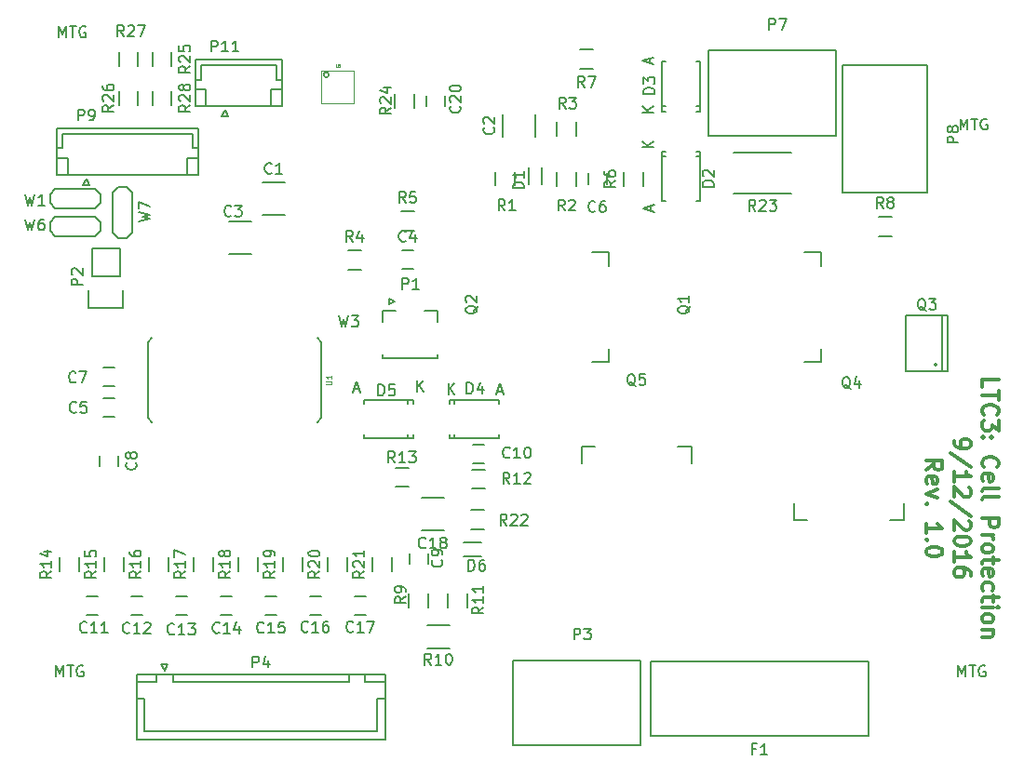
<source format=gto>
G04 #@! TF.FileFunction,Legend,Top*
%FSLAX46Y46*%
G04 Gerber Fmt 4.6, Leading zero omitted, Abs format (unit mm)*
G04 Created by KiCad (PCBNEW 4.0.5+dfsg1-4) date Wed Feb  8 17:01:35 2017*
%MOMM*%
%LPD*%
G01*
G04 APERTURE LIST*
%ADD10C,0.100000*%
%ADD11C,0.300000*%
%ADD12C,0.150000*%
%ADD13C,0.062500*%
G04 APERTURE END LIST*
D10*
D11*
X191705429Y-98200001D02*
X191705429Y-97485715D01*
X193205429Y-97485715D01*
X193205429Y-98485715D02*
X193205429Y-99342858D01*
X191705429Y-98914287D02*
X193205429Y-98914287D01*
X191848286Y-100700001D02*
X191776857Y-100628572D01*
X191705429Y-100414286D01*
X191705429Y-100271429D01*
X191776857Y-100057144D01*
X191919714Y-99914286D01*
X192062571Y-99842858D01*
X192348286Y-99771429D01*
X192562571Y-99771429D01*
X192848286Y-99842858D01*
X192991143Y-99914286D01*
X193134000Y-100057144D01*
X193205429Y-100271429D01*
X193205429Y-100414286D01*
X193134000Y-100628572D01*
X193062571Y-100700001D01*
X193205429Y-101200001D02*
X193205429Y-102128572D01*
X192634000Y-101628572D01*
X192634000Y-101842858D01*
X192562571Y-101985715D01*
X192491143Y-102057144D01*
X192348286Y-102128572D01*
X191991143Y-102128572D01*
X191848286Y-102057144D01*
X191776857Y-101985715D01*
X191705429Y-101842858D01*
X191705429Y-101414286D01*
X191776857Y-101271429D01*
X191848286Y-101200001D01*
X191848286Y-102771429D02*
X191776857Y-102842857D01*
X191705429Y-102771429D01*
X191776857Y-102700000D01*
X191848286Y-102771429D01*
X191705429Y-102771429D01*
X192634000Y-102771429D02*
X192562571Y-102842857D01*
X192491143Y-102771429D01*
X192562571Y-102700000D01*
X192634000Y-102771429D01*
X192491143Y-102771429D01*
X191848286Y-105485715D02*
X191776857Y-105414286D01*
X191705429Y-105200000D01*
X191705429Y-105057143D01*
X191776857Y-104842858D01*
X191919714Y-104700000D01*
X192062571Y-104628572D01*
X192348286Y-104557143D01*
X192562571Y-104557143D01*
X192848286Y-104628572D01*
X192991143Y-104700000D01*
X193134000Y-104842858D01*
X193205429Y-105057143D01*
X193205429Y-105200000D01*
X193134000Y-105414286D01*
X193062571Y-105485715D01*
X191776857Y-106700000D02*
X191705429Y-106557143D01*
X191705429Y-106271429D01*
X191776857Y-106128572D01*
X191919714Y-106057143D01*
X192491143Y-106057143D01*
X192634000Y-106128572D01*
X192705429Y-106271429D01*
X192705429Y-106557143D01*
X192634000Y-106700000D01*
X192491143Y-106771429D01*
X192348286Y-106771429D01*
X192205429Y-106057143D01*
X191705429Y-107628572D02*
X191776857Y-107485714D01*
X191919714Y-107414286D01*
X193205429Y-107414286D01*
X191705429Y-108414286D02*
X191776857Y-108271428D01*
X191919714Y-108200000D01*
X193205429Y-108200000D01*
X191705429Y-110128571D02*
X193205429Y-110128571D01*
X193205429Y-110699999D01*
X193134000Y-110842857D01*
X193062571Y-110914285D01*
X192919714Y-110985714D01*
X192705429Y-110985714D01*
X192562571Y-110914285D01*
X192491143Y-110842857D01*
X192419714Y-110699999D01*
X192419714Y-110128571D01*
X191705429Y-111628571D02*
X192705429Y-111628571D01*
X192419714Y-111628571D02*
X192562571Y-111699999D01*
X192634000Y-111771428D01*
X192705429Y-111914285D01*
X192705429Y-112057142D01*
X191705429Y-112771428D02*
X191776857Y-112628570D01*
X191848286Y-112557142D01*
X191991143Y-112485713D01*
X192419714Y-112485713D01*
X192562571Y-112557142D01*
X192634000Y-112628570D01*
X192705429Y-112771428D01*
X192705429Y-112985713D01*
X192634000Y-113128570D01*
X192562571Y-113199999D01*
X192419714Y-113271428D01*
X191991143Y-113271428D01*
X191848286Y-113199999D01*
X191776857Y-113128570D01*
X191705429Y-112985713D01*
X191705429Y-112771428D01*
X192705429Y-113699999D02*
X192705429Y-114271428D01*
X193205429Y-113914285D02*
X191919714Y-113914285D01*
X191776857Y-113985713D01*
X191705429Y-114128571D01*
X191705429Y-114271428D01*
X191776857Y-115342856D02*
X191705429Y-115199999D01*
X191705429Y-114914285D01*
X191776857Y-114771428D01*
X191919714Y-114699999D01*
X192491143Y-114699999D01*
X192634000Y-114771428D01*
X192705429Y-114914285D01*
X192705429Y-115199999D01*
X192634000Y-115342856D01*
X192491143Y-115414285D01*
X192348286Y-115414285D01*
X192205429Y-114699999D01*
X191776857Y-116699999D02*
X191705429Y-116557142D01*
X191705429Y-116271428D01*
X191776857Y-116128570D01*
X191848286Y-116057142D01*
X191991143Y-115985713D01*
X192419714Y-115985713D01*
X192562571Y-116057142D01*
X192634000Y-116128570D01*
X192705429Y-116271428D01*
X192705429Y-116557142D01*
X192634000Y-116699999D01*
X192705429Y-117128570D02*
X192705429Y-117699999D01*
X193205429Y-117342856D02*
X191919714Y-117342856D01*
X191776857Y-117414284D01*
X191705429Y-117557142D01*
X191705429Y-117699999D01*
X191705429Y-118199999D02*
X192705429Y-118199999D01*
X193205429Y-118199999D02*
X193134000Y-118128570D01*
X193062571Y-118199999D01*
X193134000Y-118271427D01*
X193205429Y-118199999D01*
X193062571Y-118199999D01*
X191705429Y-119128571D02*
X191776857Y-118985713D01*
X191848286Y-118914285D01*
X191991143Y-118842856D01*
X192419714Y-118842856D01*
X192562571Y-118914285D01*
X192634000Y-118985713D01*
X192705429Y-119128571D01*
X192705429Y-119342856D01*
X192634000Y-119485713D01*
X192562571Y-119557142D01*
X192419714Y-119628571D01*
X191991143Y-119628571D01*
X191848286Y-119557142D01*
X191776857Y-119485713D01*
X191705429Y-119342856D01*
X191705429Y-119128571D01*
X192705429Y-120271428D02*
X191705429Y-120271428D01*
X192562571Y-120271428D02*
X192634000Y-120342856D01*
X192705429Y-120485714D01*
X192705429Y-120699999D01*
X192634000Y-120842856D01*
X192491143Y-120914285D01*
X191705429Y-120914285D01*
X189155429Y-103057144D02*
X189155429Y-103342859D01*
X189226857Y-103485716D01*
X189298286Y-103557144D01*
X189512571Y-103700002D01*
X189798286Y-103771430D01*
X190369714Y-103771430D01*
X190512571Y-103700002D01*
X190584000Y-103628573D01*
X190655429Y-103485716D01*
X190655429Y-103200002D01*
X190584000Y-103057144D01*
X190512571Y-102985716D01*
X190369714Y-102914287D01*
X190012571Y-102914287D01*
X189869714Y-102985716D01*
X189798286Y-103057144D01*
X189726857Y-103200002D01*
X189726857Y-103485716D01*
X189798286Y-103628573D01*
X189869714Y-103700002D01*
X190012571Y-103771430D01*
X190726857Y-105485715D02*
X188798286Y-104200001D01*
X189155429Y-106771430D02*
X189155429Y-105914287D01*
X189155429Y-106342859D02*
X190655429Y-106342859D01*
X190441143Y-106200002D01*
X190298286Y-106057144D01*
X190226857Y-105914287D01*
X190512571Y-107342858D02*
X190584000Y-107414287D01*
X190655429Y-107557144D01*
X190655429Y-107914287D01*
X190584000Y-108057144D01*
X190512571Y-108128573D01*
X190369714Y-108200001D01*
X190226857Y-108200001D01*
X190012571Y-108128573D01*
X189155429Y-107271430D01*
X189155429Y-108200001D01*
X190726857Y-109914286D02*
X188798286Y-108628572D01*
X190512571Y-110342858D02*
X190584000Y-110414287D01*
X190655429Y-110557144D01*
X190655429Y-110914287D01*
X190584000Y-111057144D01*
X190512571Y-111128573D01*
X190369714Y-111200001D01*
X190226857Y-111200001D01*
X190012571Y-111128573D01*
X189155429Y-110271430D01*
X189155429Y-111200001D01*
X190655429Y-112128572D02*
X190655429Y-112271429D01*
X190584000Y-112414286D01*
X190512571Y-112485715D01*
X190369714Y-112557144D01*
X190084000Y-112628572D01*
X189726857Y-112628572D01*
X189441143Y-112557144D01*
X189298286Y-112485715D01*
X189226857Y-112414286D01*
X189155429Y-112271429D01*
X189155429Y-112128572D01*
X189226857Y-111985715D01*
X189298286Y-111914286D01*
X189441143Y-111842858D01*
X189726857Y-111771429D01*
X190084000Y-111771429D01*
X190369714Y-111842858D01*
X190512571Y-111914286D01*
X190584000Y-111985715D01*
X190655429Y-112128572D01*
X189155429Y-114057143D02*
X189155429Y-113200000D01*
X189155429Y-113628572D02*
X190655429Y-113628572D01*
X190441143Y-113485715D01*
X190298286Y-113342857D01*
X190226857Y-113200000D01*
X190655429Y-115342857D02*
X190655429Y-115057143D01*
X190584000Y-114914286D01*
X190512571Y-114842857D01*
X190298286Y-114700000D01*
X190012571Y-114628571D01*
X189441143Y-114628571D01*
X189298286Y-114700000D01*
X189226857Y-114771428D01*
X189155429Y-114914286D01*
X189155429Y-115200000D01*
X189226857Y-115342857D01*
X189298286Y-115414286D01*
X189441143Y-115485714D01*
X189798286Y-115485714D01*
X189941143Y-115414286D01*
X190012571Y-115342857D01*
X190084000Y-115200000D01*
X190084000Y-114914286D01*
X190012571Y-114771428D01*
X189941143Y-114700000D01*
X189798286Y-114628571D01*
X186605429Y-105735715D02*
X187319714Y-105235715D01*
X186605429Y-104878572D02*
X188105429Y-104878572D01*
X188105429Y-105450000D01*
X188034000Y-105592858D01*
X187962571Y-105664286D01*
X187819714Y-105735715D01*
X187605429Y-105735715D01*
X187462571Y-105664286D01*
X187391143Y-105592858D01*
X187319714Y-105450000D01*
X187319714Y-104878572D01*
X186676857Y-106950000D02*
X186605429Y-106807143D01*
X186605429Y-106521429D01*
X186676857Y-106378572D01*
X186819714Y-106307143D01*
X187391143Y-106307143D01*
X187534000Y-106378572D01*
X187605429Y-106521429D01*
X187605429Y-106807143D01*
X187534000Y-106950000D01*
X187391143Y-107021429D01*
X187248286Y-107021429D01*
X187105429Y-106307143D01*
X187605429Y-107521429D02*
X186605429Y-107878572D01*
X187605429Y-108235714D01*
X186748286Y-108807143D02*
X186676857Y-108878571D01*
X186605429Y-108807143D01*
X186676857Y-108735714D01*
X186748286Y-108807143D01*
X186605429Y-108807143D01*
X186605429Y-111450000D02*
X186605429Y-110592857D01*
X186605429Y-111021429D02*
X188105429Y-111021429D01*
X187891143Y-110878572D01*
X187748286Y-110735714D01*
X187676857Y-110592857D01*
X186748286Y-112092857D02*
X186676857Y-112164285D01*
X186605429Y-112092857D01*
X186676857Y-112021428D01*
X186748286Y-112092857D01*
X186605429Y-112092857D01*
X188105429Y-113092857D02*
X188105429Y-113235714D01*
X188034000Y-113378571D01*
X187962571Y-113450000D01*
X187819714Y-113521429D01*
X187534000Y-113592857D01*
X187176857Y-113592857D01*
X186891143Y-113521429D01*
X186748286Y-113450000D01*
X186676857Y-113378571D01*
X186605429Y-113235714D01*
X186605429Y-113092857D01*
X186676857Y-112950000D01*
X186748286Y-112878571D01*
X186891143Y-112807143D01*
X187176857Y-112735714D01*
X187534000Y-112735714D01*
X187819714Y-112807143D01*
X187962571Y-112878571D01*
X188034000Y-112950000D01*
X188105429Y-113092857D01*
D12*
X114949000Y-67730000D02*
X114949000Y-68930000D01*
X113199000Y-68930000D02*
X113199000Y-67730000D01*
X116247000Y-68930000D02*
X116247000Y-67730000D01*
X117997000Y-67730000D02*
X117997000Y-68930000D01*
X116247000Y-72486000D02*
X116247000Y-71286000D01*
X117997000Y-71286000D02*
X117997000Y-72486000D01*
X114949000Y-71286000D02*
X114949000Y-72486000D01*
X113199000Y-72486000D02*
X113199000Y-71286000D01*
X139946000Y-85764000D02*
X138946000Y-85764000D01*
X138946000Y-87464000D02*
X139946000Y-87464000D01*
X111768000Y-100926000D02*
X112768000Y-100926000D01*
X112768000Y-99226000D02*
X111768000Y-99226000D01*
X155868000Y-78732000D02*
X155868000Y-79732000D01*
X157568000Y-79732000D02*
X157568000Y-78732000D01*
X111768000Y-98132000D02*
X112768000Y-98132000D01*
X112768000Y-96432000D02*
X111768000Y-96432000D01*
X113118000Y-105402000D02*
X113118000Y-104402000D01*
X111418000Y-104402000D02*
X111418000Y-105402000D01*
X141312000Y-114292000D02*
X141312000Y-113292000D01*
X139612000Y-113292000D02*
X139612000Y-114292000D01*
X145384000Y-105150000D02*
X146384000Y-105150000D01*
X146384000Y-103450000D02*
X145384000Y-103450000D01*
X111244000Y-117260000D02*
X110244000Y-117260000D01*
X110244000Y-118960000D02*
X111244000Y-118960000D01*
X115308000Y-117260000D02*
X114308000Y-117260000D01*
X114308000Y-118960000D02*
X115308000Y-118960000D01*
X119372000Y-117260000D02*
X118372000Y-117260000D01*
X118372000Y-118960000D02*
X119372000Y-118960000D01*
X123436000Y-117260000D02*
X122436000Y-117260000D01*
X122436000Y-118960000D02*
X123436000Y-118960000D01*
X127500000Y-117260000D02*
X126500000Y-117260000D01*
X126500000Y-118960000D02*
X127500000Y-118960000D01*
X131564000Y-117260000D02*
X130564000Y-117260000D01*
X130564000Y-118960000D02*
X131564000Y-118960000D01*
X135628000Y-117260000D02*
X134628000Y-117260000D01*
X134628000Y-118960000D02*
X135628000Y-118960000D01*
X141136000Y-71636000D02*
X141136000Y-72636000D01*
X142836000Y-72636000D02*
X142836000Y-71636000D01*
X162587940Y-77194860D02*
X162938460Y-77194860D01*
X166088060Y-77194860D02*
X165737540Y-77194860D01*
X162587940Y-81244440D02*
X162938460Y-81244440D01*
X162587940Y-76743560D02*
X162938460Y-76743560D01*
X166088060Y-76743560D02*
X165737540Y-76743560D01*
X166088060Y-81244440D02*
X165737540Y-81244440D01*
X162587940Y-76743560D02*
X162587940Y-81244440D01*
X166088060Y-76743560D02*
X166088060Y-81244440D01*
X166088060Y-72632120D02*
X165737540Y-72632120D01*
X162587940Y-72632120D02*
X162938460Y-72632120D01*
X166088060Y-68582540D02*
X165737540Y-68582540D01*
X166088060Y-73083420D02*
X165737540Y-73083420D01*
X162587940Y-73083420D02*
X162938460Y-73083420D01*
X162587940Y-68582540D02*
X162938460Y-68582540D01*
X166088060Y-73083420D02*
X166088060Y-68582540D01*
X162587940Y-73083420D02*
X162587940Y-68582540D01*
X143709840Y-102842060D02*
X143709840Y-102491540D01*
X143709840Y-99341940D02*
X143709840Y-99692460D01*
X147759420Y-102842060D02*
X147759420Y-102491540D01*
X143258540Y-102842060D02*
X143258540Y-102491540D01*
X143258540Y-99341940D02*
X143258540Y-99692460D01*
X147759420Y-99341940D02*
X147759420Y-99692460D01*
X143258540Y-102842060D02*
X147759420Y-102842060D01*
X143258540Y-99341940D02*
X147759420Y-99341940D01*
X139500160Y-99341940D02*
X139500160Y-99692460D01*
X139500160Y-102842060D02*
X139500160Y-102491540D01*
X135450580Y-99341940D02*
X135450580Y-99692460D01*
X139951460Y-99341940D02*
X139951460Y-99692460D01*
X139951460Y-102842060D02*
X139951460Y-102491540D01*
X135450580Y-102842060D02*
X135450580Y-102491540D01*
X139951460Y-99341940D02*
X135450580Y-99341940D01*
X139951460Y-102842060D02*
X135450580Y-102842060D01*
X161544000Y-123190000D02*
X181356000Y-123190000D01*
X161544000Y-129921000D02*
X161544000Y-123190000D01*
X181356000Y-129921000D02*
X161544000Y-129921000D01*
X181356000Y-123190000D02*
X181356000Y-129921000D01*
X137200000Y-95214500D02*
X137200000Y-95514500D01*
X137200000Y-95514500D02*
X142200000Y-95514500D01*
X142200000Y-95514500D02*
X142200000Y-95214500D01*
X137200000Y-92214500D02*
X137200000Y-91214500D01*
X137200000Y-91214500D02*
X138400000Y-91214500D01*
X142200000Y-92214500D02*
X142200000Y-91214500D01*
X142200000Y-91214500D02*
X141000000Y-91214500D01*
X138300000Y-90414500D02*
X137800000Y-90164500D01*
X137800000Y-90164500D02*
X137800000Y-90664500D01*
X137800000Y-90664500D02*
X138300000Y-90414500D01*
X110744000Y-88138000D02*
X110744000Y-85598000D01*
X110464000Y-90958000D02*
X110464000Y-89408000D01*
X110744000Y-88138000D02*
X113284000Y-88138000D01*
X113564000Y-89408000D02*
X113564000Y-90958000D01*
X113564000Y-90958000D02*
X110464000Y-90958000D01*
X113284000Y-88138000D02*
X113284000Y-85598000D01*
X113284000Y-85598000D02*
X110744000Y-85598000D01*
X114798000Y-124296000D02*
X114798000Y-130246000D01*
X114798000Y-130246000D02*
X137398000Y-130246000D01*
X137398000Y-130246000D02*
X137398000Y-124296000D01*
X137398000Y-124296000D02*
X114798000Y-124296000D01*
X118098000Y-124296000D02*
X118098000Y-125046000D01*
X118098000Y-125046000D02*
X134098000Y-125046000D01*
X134098000Y-125046000D02*
X134098000Y-124296000D01*
X134098000Y-124296000D02*
X118098000Y-124296000D01*
X114798000Y-124296000D02*
X114798000Y-125046000D01*
X114798000Y-125046000D02*
X116598000Y-125046000D01*
X116598000Y-125046000D02*
X116598000Y-124296000D01*
X116598000Y-124296000D02*
X114798000Y-124296000D01*
X135598000Y-124296000D02*
X135598000Y-125046000D01*
X135598000Y-125046000D02*
X137398000Y-125046000D01*
X137398000Y-125046000D02*
X137398000Y-124296000D01*
X137398000Y-124296000D02*
X135598000Y-124296000D01*
X114798000Y-126546000D02*
X115548000Y-126546000D01*
X115548000Y-126546000D02*
X115548000Y-129496000D01*
X115548000Y-129496000D02*
X126098000Y-129496000D01*
X137398000Y-126546000D02*
X136648000Y-126546000D01*
X136648000Y-126546000D02*
X136648000Y-129496000D01*
X136648000Y-129496000D02*
X126098000Y-129496000D01*
X117348000Y-123996000D02*
X117048000Y-123396000D01*
X117048000Y-123396000D02*
X117648000Y-123396000D01*
X117648000Y-123396000D02*
X117348000Y-123996000D01*
X177078000Y-85932000D02*
X177078000Y-87182000D01*
X177078000Y-85932000D02*
X175578000Y-85932000D01*
X177078000Y-95932000D02*
X175578000Y-95932000D01*
X177078000Y-95932000D02*
X177078000Y-94682000D01*
X157774000Y-85932000D02*
X157774000Y-87182000D01*
X157774000Y-85932000D02*
X156274000Y-85932000D01*
X157774000Y-95932000D02*
X156274000Y-95932000D01*
X157774000Y-95932000D02*
X157774000Y-94682000D01*
X187579000Y-96139000D02*
G75*
G03X187579000Y-96139000I-127000J0D01*
G01*
X188087000Y-96774000D02*
X188087000Y-91694000D01*
X184785000Y-96774000D02*
X184785000Y-91694000D01*
X188595000Y-96774000D02*
X188595000Y-91694000D01*
X188595000Y-96774000D02*
X184785000Y-96774000D01*
X188595000Y-91694000D02*
X184785000Y-91694000D01*
X184578000Y-110276000D02*
X183328000Y-110276000D01*
X184578000Y-110276000D02*
X184578000Y-108776000D01*
X174578000Y-110276000D02*
X174578000Y-108776000D01*
X174578000Y-110276000D02*
X175828000Y-110276000D01*
X155274000Y-103592000D02*
X156524000Y-103592000D01*
X155274000Y-103592000D02*
X155274000Y-105092000D01*
X165274000Y-103592000D02*
X165274000Y-105092000D01*
X165274000Y-103592000D02*
X164024000Y-103592000D01*
X149211000Y-78582000D02*
X149211000Y-79782000D01*
X147461000Y-79782000D02*
X147461000Y-78582000D01*
X154799000Y-78648000D02*
X154799000Y-79848000D01*
X153049000Y-79848000D02*
X153049000Y-78648000D01*
X154799000Y-74076000D02*
X154799000Y-75276000D01*
X153049000Y-75276000D02*
X153049000Y-74076000D01*
X135220000Y-87489000D02*
X134020000Y-87489000D01*
X134020000Y-85739000D02*
X135220000Y-85739000D01*
X140046000Y-83933000D02*
X138846000Y-83933000D01*
X138846000Y-82183000D02*
X140046000Y-82183000D01*
X160895000Y-78648000D02*
X160895000Y-79848000D01*
X159145000Y-79848000D02*
X159145000Y-78648000D01*
X155102000Y-67451000D02*
X156302000Y-67451000D01*
X156302000Y-69201000D02*
X155102000Y-69201000D01*
X183480000Y-84441000D02*
X182280000Y-84441000D01*
X182280000Y-82691000D02*
X183480000Y-82691000D01*
X139587000Y-118202000D02*
X139587000Y-117002000D01*
X141337000Y-117002000D02*
X141337000Y-118202000D01*
X143143000Y-118202000D02*
X143143000Y-117002000D01*
X144893000Y-117002000D02*
X144893000Y-118202000D01*
X145284000Y-105675000D02*
X146484000Y-105675000D01*
X146484000Y-107425000D02*
X145284000Y-107425000D01*
X138334000Y-105525000D02*
X139534000Y-105525000D01*
X139534000Y-107275000D02*
X138334000Y-107275000D01*
X109587000Y-113700000D02*
X109587000Y-114900000D01*
X107837000Y-114900000D02*
X107837000Y-113700000D01*
X113651000Y-113700000D02*
X113651000Y-114900000D01*
X111901000Y-114900000D02*
X111901000Y-113700000D01*
X117715000Y-113700000D02*
X117715000Y-114900000D01*
X115965000Y-114900000D02*
X115965000Y-113700000D01*
X121779000Y-113700000D02*
X121779000Y-114900000D01*
X120029000Y-114900000D02*
X120029000Y-113700000D01*
X125843000Y-113700000D02*
X125843000Y-114900000D01*
X124093000Y-114900000D02*
X124093000Y-113700000D01*
X129907000Y-113700000D02*
X129907000Y-114900000D01*
X128157000Y-114900000D02*
X128157000Y-113700000D01*
X133971000Y-113700000D02*
X133971000Y-114900000D01*
X132221000Y-114900000D02*
X132221000Y-113700000D01*
X138035000Y-113700000D02*
X138035000Y-114900000D01*
X136285000Y-114900000D02*
X136285000Y-113700000D01*
X145196000Y-109361000D02*
X146396000Y-109361000D01*
X146396000Y-111111000D02*
X145196000Y-111111000D01*
X140067000Y-71536000D02*
X140067000Y-72736000D01*
X138317000Y-72736000D02*
X138317000Y-71536000D01*
X116173000Y-93661000D02*
X115823000Y-94136000D01*
X115823000Y-94136000D02*
X115823000Y-100936000D01*
X115823000Y-100936000D02*
X116173000Y-101386000D01*
X131223000Y-93661000D02*
X131573000Y-94136000D01*
X131573000Y-94136000D02*
X131573000Y-100936000D01*
X131573000Y-100936000D02*
X131223000Y-101411000D01*
X132274254Y-69756000D02*
G75*
G03X132274254Y-69756000I-228254J0D01*
G01*
D10*
X134598500Y-69363500D02*
X134598500Y-72363500D01*
X134598500Y-72363500D02*
X131598500Y-72363500D01*
X131598500Y-72363500D02*
X131598500Y-69363500D01*
X131598500Y-69363500D02*
X134598500Y-69363500D01*
D12*
X107420000Y-80126000D02*
X111020000Y-80126000D01*
X111020000Y-80126000D02*
X111520000Y-80626000D01*
X111520000Y-80626000D02*
X111520000Y-81426000D01*
X111520000Y-81426000D02*
X111020000Y-81926000D01*
X111020000Y-81926000D02*
X107420000Y-81926000D01*
X107420000Y-81926000D02*
X106920000Y-81426000D01*
X106920000Y-81426000D02*
X106920000Y-80626000D01*
X106920000Y-80626000D02*
X107420000Y-80126000D01*
X107420000Y-82666000D02*
X111020000Y-82666000D01*
X111020000Y-82666000D02*
X111520000Y-83166000D01*
X111520000Y-83166000D02*
X111520000Y-83966000D01*
X111520000Y-83966000D02*
X111020000Y-84466000D01*
X111020000Y-84466000D02*
X107420000Y-84466000D01*
X107420000Y-84466000D02*
X106920000Y-83966000D01*
X106920000Y-83966000D02*
X106920000Y-83166000D01*
X106920000Y-83166000D02*
X107420000Y-82666000D01*
X112638000Y-84096000D02*
X112638000Y-80496000D01*
X112638000Y-80496000D02*
X113138000Y-79996000D01*
X113138000Y-79996000D02*
X113938000Y-79996000D01*
X113938000Y-79996000D02*
X114438000Y-80496000D01*
X114438000Y-80496000D02*
X114438000Y-84096000D01*
X114438000Y-84096000D02*
X113938000Y-84596000D01*
X113938000Y-84596000D02*
X113138000Y-84596000D01*
X113138000Y-84596000D02*
X112638000Y-84096000D01*
X128254000Y-79551000D02*
X126254000Y-79551000D01*
X126254000Y-82501000D02*
X128254000Y-82501000D01*
X148131000Y-73398000D02*
X148131000Y-75398000D01*
X151081000Y-75398000D02*
X151081000Y-73398000D01*
X125206000Y-83107000D02*
X123206000Y-83107000D01*
X123206000Y-86057000D02*
X125206000Y-86057000D01*
X140734000Y-111175000D02*
X142734000Y-111175000D01*
X142734000Y-108225000D02*
X140734000Y-108225000D01*
X143240000Y-121979000D02*
X141240000Y-121979000D01*
X141240000Y-119829000D02*
X143240000Y-119829000D01*
X174334000Y-80525000D02*
X169134000Y-80525000D01*
X169134000Y-76875000D02*
X174334000Y-76875000D01*
X107536000Y-74654000D02*
X107536000Y-78854000D01*
X107536000Y-78854000D02*
X120436000Y-78854000D01*
X120436000Y-78854000D02*
X120436000Y-74654000D01*
X120436000Y-74654000D02*
X107536000Y-74654000D01*
X107536000Y-76454000D02*
X108036000Y-76454000D01*
X108036000Y-76454000D02*
X108036000Y-75154000D01*
X108036000Y-75154000D02*
X119936000Y-75154000D01*
X119936000Y-75154000D02*
X119936000Y-76454000D01*
X119936000Y-76454000D02*
X120436000Y-76454000D01*
X107536000Y-77354000D02*
X108536000Y-77354000D01*
X108536000Y-77354000D02*
X108536000Y-78854000D01*
X120436000Y-77354000D02*
X119436000Y-77354000D01*
X119436000Y-77354000D02*
X119436000Y-78854000D01*
X110236000Y-79204000D02*
X109936000Y-79804000D01*
X109936000Y-79804000D02*
X110536000Y-79804000D01*
X110536000Y-79804000D02*
X110236000Y-79204000D01*
X151684000Y-79750000D02*
X151684000Y-78200000D01*
X150484000Y-79750000D02*
X150484000Y-78200000D01*
X146134000Y-112350000D02*
X144584000Y-112350000D01*
X146134000Y-113550000D02*
X144584000Y-113550000D01*
X120134000Y-68400000D02*
X120134000Y-72600000D01*
X120134000Y-72600000D02*
X128034000Y-72600000D01*
X128034000Y-72600000D02*
X128034000Y-68400000D01*
X128034000Y-68400000D02*
X120134000Y-68400000D01*
X120134000Y-70200000D02*
X120634000Y-70200000D01*
X120634000Y-70200000D02*
X120634000Y-68900000D01*
X120634000Y-68900000D02*
X127534000Y-68900000D01*
X127534000Y-68900000D02*
X127534000Y-70200000D01*
X127534000Y-70200000D02*
X128034000Y-70200000D01*
X120134000Y-71100000D02*
X121134000Y-71100000D01*
X121134000Y-71100000D02*
X121134000Y-72600000D01*
X128034000Y-71100000D02*
X127034000Y-71100000D01*
X127034000Y-71100000D02*
X127034000Y-72600000D01*
X122834000Y-72950000D02*
X122534000Y-73550000D01*
X122534000Y-73550000D02*
X123134000Y-73550000D01*
X123134000Y-73550000D02*
X122834000Y-72950000D01*
X166784000Y-67550000D02*
X166784000Y-75300000D01*
X178384000Y-67550000D02*
X178384000Y-75300000D01*
X166784000Y-67550000D02*
X178384000Y-67550000D01*
X166784000Y-75300000D02*
X178384000Y-75300000D01*
X186734000Y-68900000D02*
X178984000Y-68900000D01*
X186734000Y-80500000D02*
X178984000Y-80500000D01*
X186734000Y-68900000D02*
X186734000Y-80500000D01*
X178984000Y-68900000D02*
X178984000Y-80500000D01*
X149034000Y-123050000D02*
X149034000Y-130800000D01*
X160634000Y-123050000D02*
X160634000Y-130800000D01*
X149034000Y-123050000D02*
X160634000Y-123050000D01*
X149034000Y-130800000D02*
X160634000Y-130800000D01*
X113657143Y-66238381D02*
X113323809Y-65762190D01*
X113085714Y-66238381D02*
X113085714Y-65238381D01*
X113466667Y-65238381D01*
X113561905Y-65286000D01*
X113609524Y-65333619D01*
X113657143Y-65428857D01*
X113657143Y-65571714D01*
X113609524Y-65666952D01*
X113561905Y-65714571D01*
X113466667Y-65762190D01*
X113085714Y-65762190D01*
X114038095Y-65333619D02*
X114085714Y-65286000D01*
X114180952Y-65238381D01*
X114419048Y-65238381D01*
X114514286Y-65286000D01*
X114561905Y-65333619D01*
X114609524Y-65428857D01*
X114609524Y-65524095D01*
X114561905Y-65666952D01*
X113990476Y-66238381D01*
X114609524Y-66238381D01*
X114942857Y-65238381D02*
X115609524Y-65238381D01*
X115180952Y-66238381D01*
X119674381Y-68972857D02*
X119198190Y-69306191D01*
X119674381Y-69544286D02*
X118674381Y-69544286D01*
X118674381Y-69163333D01*
X118722000Y-69068095D01*
X118769619Y-69020476D01*
X118864857Y-68972857D01*
X119007714Y-68972857D01*
X119102952Y-69020476D01*
X119150571Y-69068095D01*
X119198190Y-69163333D01*
X119198190Y-69544286D01*
X118769619Y-68591905D02*
X118722000Y-68544286D01*
X118674381Y-68449048D01*
X118674381Y-68210952D01*
X118722000Y-68115714D01*
X118769619Y-68068095D01*
X118864857Y-68020476D01*
X118960095Y-68020476D01*
X119102952Y-68068095D01*
X119674381Y-68639524D01*
X119674381Y-68020476D01*
X118674381Y-67115714D02*
X118674381Y-67591905D01*
X119150571Y-67639524D01*
X119102952Y-67591905D01*
X119055333Y-67496667D01*
X119055333Y-67258571D01*
X119102952Y-67163333D01*
X119150571Y-67115714D01*
X119245810Y-67068095D01*
X119483905Y-67068095D01*
X119579143Y-67115714D01*
X119626762Y-67163333D01*
X119674381Y-67258571D01*
X119674381Y-67496667D01*
X119626762Y-67591905D01*
X119579143Y-67639524D01*
X119674381Y-72528857D02*
X119198190Y-72862191D01*
X119674381Y-73100286D02*
X118674381Y-73100286D01*
X118674381Y-72719333D01*
X118722000Y-72624095D01*
X118769619Y-72576476D01*
X118864857Y-72528857D01*
X119007714Y-72528857D01*
X119102952Y-72576476D01*
X119150571Y-72624095D01*
X119198190Y-72719333D01*
X119198190Y-73100286D01*
X118769619Y-72147905D02*
X118722000Y-72100286D01*
X118674381Y-72005048D01*
X118674381Y-71766952D01*
X118722000Y-71671714D01*
X118769619Y-71624095D01*
X118864857Y-71576476D01*
X118960095Y-71576476D01*
X119102952Y-71624095D01*
X119674381Y-72195524D01*
X119674381Y-71576476D01*
X119102952Y-71005048D02*
X119055333Y-71100286D01*
X119007714Y-71147905D01*
X118912476Y-71195524D01*
X118864857Y-71195524D01*
X118769619Y-71147905D01*
X118722000Y-71100286D01*
X118674381Y-71005048D01*
X118674381Y-70814571D01*
X118722000Y-70719333D01*
X118769619Y-70671714D01*
X118864857Y-70624095D01*
X118912476Y-70624095D01*
X119007714Y-70671714D01*
X119055333Y-70719333D01*
X119102952Y-70814571D01*
X119102952Y-71005048D01*
X119150571Y-71100286D01*
X119198190Y-71147905D01*
X119293429Y-71195524D01*
X119483905Y-71195524D01*
X119579143Y-71147905D01*
X119626762Y-71100286D01*
X119674381Y-71005048D01*
X119674381Y-70814571D01*
X119626762Y-70719333D01*
X119579143Y-70671714D01*
X119483905Y-70624095D01*
X119293429Y-70624095D01*
X119198190Y-70671714D01*
X119150571Y-70719333D01*
X119102952Y-70814571D01*
X112720381Y-72528857D02*
X112244190Y-72862191D01*
X112720381Y-73100286D02*
X111720381Y-73100286D01*
X111720381Y-72719333D01*
X111768000Y-72624095D01*
X111815619Y-72576476D01*
X111910857Y-72528857D01*
X112053714Y-72528857D01*
X112148952Y-72576476D01*
X112196571Y-72624095D01*
X112244190Y-72719333D01*
X112244190Y-73100286D01*
X111815619Y-72147905D02*
X111768000Y-72100286D01*
X111720381Y-72005048D01*
X111720381Y-71766952D01*
X111768000Y-71671714D01*
X111815619Y-71624095D01*
X111910857Y-71576476D01*
X112006095Y-71576476D01*
X112148952Y-71624095D01*
X112720381Y-72195524D01*
X112720381Y-71576476D01*
X111720381Y-70719333D02*
X111720381Y-70909810D01*
X111768000Y-71005048D01*
X111815619Y-71052667D01*
X111958476Y-71147905D01*
X112148952Y-71195524D01*
X112529905Y-71195524D01*
X112625143Y-71147905D01*
X112672762Y-71100286D01*
X112720381Y-71005048D01*
X112720381Y-70814571D01*
X112672762Y-70719333D01*
X112625143Y-70671714D01*
X112529905Y-70624095D01*
X112291810Y-70624095D01*
X112196571Y-70671714D01*
X112148952Y-70719333D01*
X112101333Y-70814571D01*
X112101333Y-71005048D01*
X112148952Y-71100286D01*
X112196571Y-71147905D01*
X112291810Y-71195524D01*
X189719714Y-74752381D02*
X189719714Y-73752381D01*
X190053048Y-74466667D01*
X190386381Y-73752381D01*
X190386381Y-74752381D01*
X190719714Y-73752381D02*
X191291143Y-73752381D01*
X191005428Y-74752381D02*
X191005428Y-73752381D01*
X192148286Y-73800000D02*
X192053048Y-73752381D01*
X191910191Y-73752381D01*
X191767333Y-73800000D01*
X191672095Y-73895238D01*
X191624476Y-73990476D01*
X191576857Y-74180952D01*
X191576857Y-74323810D01*
X191624476Y-74514286D01*
X191672095Y-74609524D01*
X191767333Y-74704762D01*
X191910191Y-74752381D01*
X192005429Y-74752381D01*
X192148286Y-74704762D01*
X192195905Y-74657143D01*
X192195905Y-74323810D01*
X192005429Y-74323810D01*
X107497714Y-124531381D02*
X107497714Y-123531381D01*
X107831048Y-124245667D01*
X108164381Y-123531381D01*
X108164381Y-124531381D01*
X108497714Y-123531381D02*
X109069143Y-123531381D01*
X108783428Y-124531381D02*
X108783428Y-123531381D01*
X109926286Y-123579000D02*
X109831048Y-123531381D01*
X109688191Y-123531381D01*
X109545333Y-123579000D01*
X109450095Y-123674238D01*
X109402476Y-123769476D01*
X109354857Y-123959952D01*
X109354857Y-124102810D01*
X109402476Y-124293286D01*
X109450095Y-124388524D01*
X109545333Y-124483762D01*
X109688191Y-124531381D01*
X109783429Y-124531381D01*
X109926286Y-124483762D01*
X109973905Y-124436143D01*
X109973905Y-124102810D01*
X109783429Y-124102810D01*
X139279334Y-84871143D02*
X139231715Y-84918762D01*
X139088858Y-84966381D01*
X138993620Y-84966381D01*
X138850762Y-84918762D01*
X138755524Y-84823524D01*
X138707905Y-84728286D01*
X138660286Y-84537810D01*
X138660286Y-84394952D01*
X138707905Y-84204476D01*
X138755524Y-84109238D01*
X138850762Y-84014000D01*
X138993620Y-83966381D01*
X139088858Y-83966381D01*
X139231715Y-84014000D01*
X139279334Y-84061619D01*
X140136477Y-84299714D02*
X140136477Y-84966381D01*
X139898381Y-83918762D02*
X139660286Y-84633048D01*
X140279334Y-84633048D01*
X109320034Y-100420443D02*
X109272415Y-100468062D01*
X109129558Y-100515681D01*
X109034320Y-100515681D01*
X108891462Y-100468062D01*
X108796224Y-100372824D01*
X108748605Y-100277586D01*
X108700986Y-100087110D01*
X108700986Y-99944252D01*
X108748605Y-99753776D01*
X108796224Y-99658538D01*
X108891462Y-99563300D01*
X109034320Y-99515681D01*
X109129558Y-99515681D01*
X109272415Y-99563300D01*
X109320034Y-99610919D01*
X110224796Y-99515681D02*
X109748605Y-99515681D01*
X109700986Y-99991871D01*
X109748605Y-99944252D01*
X109843843Y-99896633D01*
X110081939Y-99896633D01*
X110177177Y-99944252D01*
X110224796Y-99991871D01*
X110272415Y-100087110D01*
X110272415Y-100325205D01*
X110224796Y-100420443D01*
X110177177Y-100468062D01*
X110081939Y-100515681D01*
X109843843Y-100515681D01*
X109748605Y-100468062D01*
X109700986Y-100420443D01*
X156525934Y-82145143D02*
X156478315Y-82192762D01*
X156335458Y-82240381D01*
X156240220Y-82240381D01*
X156097362Y-82192762D01*
X156002124Y-82097524D01*
X155954505Y-82002286D01*
X155906886Y-81811810D01*
X155906886Y-81668952D01*
X155954505Y-81478476D01*
X156002124Y-81383238D01*
X156097362Y-81288000D01*
X156240220Y-81240381D01*
X156335458Y-81240381D01*
X156478315Y-81288000D01*
X156525934Y-81335619D01*
X157383077Y-81240381D02*
X157192600Y-81240381D01*
X157097362Y-81288000D01*
X157049743Y-81335619D01*
X156954505Y-81478476D01*
X156906886Y-81668952D01*
X156906886Y-82049905D01*
X156954505Y-82145143D01*
X157002124Y-82192762D01*
X157097362Y-82240381D01*
X157287839Y-82240381D01*
X157383077Y-82192762D01*
X157430696Y-82145143D01*
X157478315Y-82049905D01*
X157478315Y-81811810D01*
X157430696Y-81716571D01*
X157383077Y-81668952D01*
X157287839Y-81621333D01*
X157097362Y-81621333D01*
X157002124Y-81668952D01*
X156954505Y-81716571D01*
X156906886Y-81811810D01*
X109269234Y-97677243D02*
X109221615Y-97724862D01*
X109078758Y-97772481D01*
X108983520Y-97772481D01*
X108840662Y-97724862D01*
X108745424Y-97629624D01*
X108697805Y-97534386D01*
X108650186Y-97343910D01*
X108650186Y-97201052D01*
X108697805Y-97010576D01*
X108745424Y-96915338D01*
X108840662Y-96820100D01*
X108983520Y-96772481D01*
X109078758Y-96772481D01*
X109221615Y-96820100D01*
X109269234Y-96867719D01*
X109602567Y-96772481D02*
X110269234Y-96772481D01*
X109840662Y-97772481D01*
X114725143Y-105068666D02*
X114772762Y-105116285D01*
X114820381Y-105259142D01*
X114820381Y-105354380D01*
X114772762Y-105497238D01*
X114677524Y-105592476D01*
X114582286Y-105640095D01*
X114391810Y-105687714D01*
X114248952Y-105687714D01*
X114058476Y-105640095D01*
X113963238Y-105592476D01*
X113868000Y-105497238D01*
X113820381Y-105354380D01*
X113820381Y-105259142D01*
X113868000Y-105116285D01*
X113915619Y-105068666D01*
X114248952Y-104497238D02*
X114201333Y-104592476D01*
X114153714Y-104640095D01*
X114058476Y-104687714D01*
X114010857Y-104687714D01*
X113915619Y-104640095D01*
X113868000Y-104592476D01*
X113820381Y-104497238D01*
X113820381Y-104306761D01*
X113868000Y-104211523D01*
X113915619Y-104163904D01*
X114010857Y-104116285D01*
X114058476Y-104116285D01*
X114153714Y-104163904D01*
X114201333Y-104211523D01*
X114248952Y-104306761D01*
X114248952Y-104497238D01*
X114296571Y-104592476D01*
X114344190Y-104640095D01*
X114439429Y-104687714D01*
X114629905Y-104687714D01*
X114725143Y-104640095D01*
X114772762Y-104592476D01*
X114820381Y-104497238D01*
X114820381Y-104306761D01*
X114772762Y-104211523D01*
X114725143Y-104163904D01*
X114629905Y-104116285D01*
X114439429Y-104116285D01*
X114344190Y-104163904D01*
X114296571Y-104211523D01*
X114248952Y-104306761D01*
X142546343Y-113920566D02*
X142593962Y-113968185D01*
X142641581Y-114111042D01*
X142641581Y-114206280D01*
X142593962Y-114349138D01*
X142498724Y-114444376D01*
X142403486Y-114491995D01*
X142213010Y-114539614D01*
X142070152Y-114539614D01*
X141879676Y-114491995D01*
X141784438Y-114444376D01*
X141689200Y-114349138D01*
X141641581Y-114206280D01*
X141641581Y-114111042D01*
X141689200Y-113968185D01*
X141736819Y-113920566D01*
X142641581Y-113444376D02*
X142641581Y-113253900D01*
X142593962Y-113158661D01*
X142546343Y-113111042D01*
X142403486Y-113015804D01*
X142213010Y-112968185D01*
X141832057Y-112968185D01*
X141736819Y-113015804D01*
X141689200Y-113063423D01*
X141641581Y-113158661D01*
X141641581Y-113349138D01*
X141689200Y-113444376D01*
X141736819Y-113491995D01*
X141832057Y-113539614D01*
X142070152Y-113539614D01*
X142165390Y-113491995D01*
X142213010Y-113444376D01*
X142260629Y-113349138D01*
X142260629Y-113158661D01*
X142213010Y-113063423D01*
X142165390Y-113015804D01*
X142070152Y-112968185D01*
X148749643Y-104555543D02*
X148702024Y-104603162D01*
X148559167Y-104650781D01*
X148463929Y-104650781D01*
X148321071Y-104603162D01*
X148225833Y-104507924D01*
X148178214Y-104412686D01*
X148130595Y-104222210D01*
X148130595Y-104079352D01*
X148178214Y-103888876D01*
X148225833Y-103793638D01*
X148321071Y-103698400D01*
X148463929Y-103650781D01*
X148559167Y-103650781D01*
X148702024Y-103698400D01*
X148749643Y-103746019D01*
X149702024Y-104650781D02*
X149130595Y-104650781D01*
X149416309Y-104650781D02*
X149416309Y-103650781D01*
X149321071Y-103793638D01*
X149225833Y-103888876D01*
X149130595Y-103936495D01*
X150321071Y-103650781D02*
X150416310Y-103650781D01*
X150511548Y-103698400D01*
X150559167Y-103746019D01*
X150606786Y-103841257D01*
X150654405Y-104031733D01*
X150654405Y-104269829D01*
X150606786Y-104460305D01*
X150559167Y-104555543D01*
X150511548Y-104603162D01*
X150416310Y-104650781D01*
X150321071Y-104650781D01*
X150225833Y-104603162D01*
X150178214Y-104555543D01*
X150130595Y-104460305D01*
X150082976Y-104269829D01*
X150082976Y-104031733D01*
X150130595Y-103841257D01*
X150178214Y-103746019D01*
X150225833Y-103698400D01*
X150321071Y-103650781D01*
X110266243Y-120448343D02*
X110218624Y-120495962D01*
X110075767Y-120543581D01*
X109980529Y-120543581D01*
X109837671Y-120495962D01*
X109742433Y-120400724D01*
X109694814Y-120305486D01*
X109647195Y-120115010D01*
X109647195Y-119972152D01*
X109694814Y-119781676D01*
X109742433Y-119686438D01*
X109837671Y-119591200D01*
X109980529Y-119543581D01*
X110075767Y-119543581D01*
X110218624Y-119591200D01*
X110266243Y-119638819D01*
X111218624Y-120543581D02*
X110647195Y-120543581D01*
X110932909Y-120543581D02*
X110932909Y-119543581D01*
X110837671Y-119686438D01*
X110742433Y-119781676D01*
X110647195Y-119829295D01*
X112171005Y-120543581D02*
X111599576Y-120543581D01*
X111885290Y-120543581D02*
X111885290Y-119543581D01*
X111790052Y-119686438D01*
X111694814Y-119781676D01*
X111599576Y-119829295D01*
X114165143Y-120511843D02*
X114117524Y-120559462D01*
X113974667Y-120607081D01*
X113879429Y-120607081D01*
X113736571Y-120559462D01*
X113641333Y-120464224D01*
X113593714Y-120368986D01*
X113546095Y-120178510D01*
X113546095Y-120035652D01*
X113593714Y-119845176D01*
X113641333Y-119749938D01*
X113736571Y-119654700D01*
X113879429Y-119607081D01*
X113974667Y-119607081D01*
X114117524Y-119654700D01*
X114165143Y-119702319D01*
X115117524Y-120607081D02*
X114546095Y-120607081D01*
X114831809Y-120607081D02*
X114831809Y-119607081D01*
X114736571Y-119749938D01*
X114641333Y-119845176D01*
X114546095Y-119892795D01*
X115498476Y-119702319D02*
X115546095Y-119654700D01*
X115641333Y-119607081D01*
X115879429Y-119607081D01*
X115974667Y-119654700D01*
X116022286Y-119702319D01*
X116069905Y-119797557D01*
X116069905Y-119892795D01*
X116022286Y-120035652D01*
X115450857Y-120607081D01*
X116069905Y-120607081D01*
X118229143Y-120613443D02*
X118181524Y-120661062D01*
X118038667Y-120708681D01*
X117943429Y-120708681D01*
X117800571Y-120661062D01*
X117705333Y-120565824D01*
X117657714Y-120470586D01*
X117610095Y-120280110D01*
X117610095Y-120137252D01*
X117657714Y-119946776D01*
X117705333Y-119851538D01*
X117800571Y-119756300D01*
X117943429Y-119708681D01*
X118038667Y-119708681D01*
X118181524Y-119756300D01*
X118229143Y-119803919D01*
X119181524Y-120708681D02*
X118610095Y-120708681D01*
X118895809Y-120708681D02*
X118895809Y-119708681D01*
X118800571Y-119851538D01*
X118705333Y-119946776D01*
X118610095Y-119994395D01*
X119514857Y-119708681D02*
X120133905Y-119708681D01*
X119800571Y-120089633D01*
X119943429Y-120089633D01*
X120038667Y-120137252D01*
X120086286Y-120184871D01*
X120133905Y-120280110D01*
X120133905Y-120518205D01*
X120086286Y-120613443D01*
X120038667Y-120661062D01*
X119943429Y-120708681D01*
X119657714Y-120708681D01*
X119562476Y-120661062D01*
X119514857Y-120613443D01*
X122343943Y-120486443D02*
X122296324Y-120534062D01*
X122153467Y-120581681D01*
X122058229Y-120581681D01*
X121915371Y-120534062D01*
X121820133Y-120438824D01*
X121772514Y-120343586D01*
X121724895Y-120153110D01*
X121724895Y-120010252D01*
X121772514Y-119819776D01*
X121820133Y-119724538D01*
X121915371Y-119629300D01*
X122058229Y-119581681D01*
X122153467Y-119581681D01*
X122296324Y-119629300D01*
X122343943Y-119676919D01*
X123296324Y-120581681D02*
X122724895Y-120581681D01*
X123010609Y-120581681D02*
X123010609Y-119581681D01*
X122915371Y-119724538D01*
X122820133Y-119819776D01*
X122724895Y-119867395D01*
X124153467Y-119915014D02*
X124153467Y-120581681D01*
X123915371Y-119534062D02*
X123677276Y-120248348D01*
X124296324Y-120248348D01*
X126382543Y-120473743D02*
X126334924Y-120521362D01*
X126192067Y-120568981D01*
X126096829Y-120568981D01*
X125953971Y-120521362D01*
X125858733Y-120426124D01*
X125811114Y-120330886D01*
X125763495Y-120140410D01*
X125763495Y-119997552D01*
X125811114Y-119807076D01*
X125858733Y-119711838D01*
X125953971Y-119616600D01*
X126096829Y-119568981D01*
X126192067Y-119568981D01*
X126334924Y-119616600D01*
X126382543Y-119664219D01*
X127334924Y-120568981D02*
X126763495Y-120568981D01*
X127049209Y-120568981D02*
X127049209Y-119568981D01*
X126953971Y-119711838D01*
X126858733Y-119807076D01*
X126763495Y-119854695D01*
X128239686Y-119568981D02*
X127763495Y-119568981D01*
X127715876Y-120045171D01*
X127763495Y-119997552D01*
X127858733Y-119949933D01*
X128096829Y-119949933D01*
X128192067Y-119997552D01*
X128239686Y-120045171D01*
X128287305Y-120140410D01*
X128287305Y-120378505D01*
X128239686Y-120473743D01*
X128192067Y-120521362D01*
X128096829Y-120568981D01*
X127858733Y-120568981D01*
X127763495Y-120521362D01*
X127715876Y-120473743D01*
X130395743Y-120397543D02*
X130348124Y-120445162D01*
X130205267Y-120492781D01*
X130110029Y-120492781D01*
X129967171Y-120445162D01*
X129871933Y-120349924D01*
X129824314Y-120254686D01*
X129776695Y-120064210D01*
X129776695Y-119921352D01*
X129824314Y-119730876D01*
X129871933Y-119635638D01*
X129967171Y-119540400D01*
X130110029Y-119492781D01*
X130205267Y-119492781D01*
X130348124Y-119540400D01*
X130395743Y-119588019D01*
X131348124Y-120492781D02*
X130776695Y-120492781D01*
X131062409Y-120492781D02*
X131062409Y-119492781D01*
X130967171Y-119635638D01*
X130871933Y-119730876D01*
X130776695Y-119778495D01*
X132205267Y-119492781D02*
X132014790Y-119492781D01*
X131919552Y-119540400D01*
X131871933Y-119588019D01*
X131776695Y-119730876D01*
X131729076Y-119921352D01*
X131729076Y-120302305D01*
X131776695Y-120397543D01*
X131824314Y-120445162D01*
X131919552Y-120492781D01*
X132110029Y-120492781D01*
X132205267Y-120445162D01*
X132252886Y-120397543D01*
X132300505Y-120302305D01*
X132300505Y-120064210D01*
X132252886Y-119968971D01*
X132205267Y-119921352D01*
X132110029Y-119873733D01*
X131919552Y-119873733D01*
X131824314Y-119921352D01*
X131776695Y-119968971D01*
X131729076Y-120064210D01*
X134497843Y-120397543D02*
X134450224Y-120445162D01*
X134307367Y-120492781D01*
X134212129Y-120492781D01*
X134069271Y-120445162D01*
X133974033Y-120349924D01*
X133926414Y-120254686D01*
X133878795Y-120064210D01*
X133878795Y-119921352D01*
X133926414Y-119730876D01*
X133974033Y-119635638D01*
X134069271Y-119540400D01*
X134212129Y-119492781D01*
X134307367Y-119492781D01*
X134450224Y-119540400D01*
X134497843Y-119588019D01*
X135450224Y-120492781D02*
X134878795Y-120492781D01*
X135164509Y-120492781D02*
X135164509Y-119492781D01*
X135069271Y-119635638D01*
X134974033Y-119730876D01*
X134878795Y-119778495D01*
X135783557Y-119492781D02*
X136450224Y-119492781D01*
X136021652Y-120492781D01*
X144197343Y-72613757D02*
X144244962Y-72661376D01*
X144292581Y-72804233D01*
X144292581Y-72899471D01*
X144244962Y-73042329D01*
X144149724Y-73137567D01*
X144054486Y-73185186D01*
X143864010Y-73232805D01*
X143721152Y-73232805D01*
X143530676Y-73185186D01*
X143435438Y-73137567D01*
X143340200Y-73042329D01*
X143292581Y-72899471D01*
X143292581Y-72804233D01*
X143340200Y-72661376D01*
X143387819Y-72613757D01*
X143387819Y-72232805D02*
X143340200Y-72185186D01*
X143292581Y-72089948D01*
X143292581Y-71851852D01*
X143340200Y-71756614D01*
X143387819Y-71708995D01*
X143483057Y-71661376D01*
X143578295Y-71661376D01*
X143721152Y-71708995D01*
X144292581Y-72280424D01*
X144292581Y-71661376D01*
X143292581Y-71042329D02*
X143292581Y-70947090D01*
X143340200Y-70851852D01*
X143387819Y-70804233D01*
X143483057Y-70756614D01*
X143673533Y-70708995D01*
X143911629Y-70708995D01*
X144102105Y-70756614D01*
X144197343Y-70804233D01*
X144244962Y-70851852D01*
X144292581Y-70947090D01*
X144292581Y-71042329D01*
X144244962Y-71137567D01*
X144197343Y-71185186D01*
X144102105Y-71232805D01*
X143911629Y-71280424D01*
X143673533Y-71280424D01*
X143483057Y-71232805D01*
X143387819Y-71185186D01*
X143340200Y-71137567D01*
X143292581Y-71042329D01*
X167286381Y-79938095D02*
X166286381Y-79938095D01*
X166286381Y-79700000D01*
X166334000Y-79557142D01*
X166429238Y-79461904D01*
X166524476Y-79414285D01*
X166714952Y-79366666D01*
X166857810Y-79366666D01*
X167048286Y-79414285D01*
X167143524Y-79461904D01*
X167238762Y-79557142D01*
X167286381Y-79700000D01*
X167286381Y-79938095D01*
X166381619Y-78985714D02*
X166334000Y-78938095D01*
X166286381Y-78842857D01*
X166286381Y-78604761D01*
X166334000Y-78509523D01*
X166381619Y-78461904D01*
X166476857Y-78414285D01*
X166572095Y-78414285D01*
X166714952Y-78461904D01*
X167286381Y-79033333D01*
X167286381Y-78414285D01*
X161840381Y-76355905D02*
X160840381Y-76355905D01*
X161840381Y-75784476D02*
X161268952Y-76213048D01*
X160840381Y-75784476D02*
X161411810Y-76355905D01*
X161604667Y-82132095D02*
X161604667Y-81655904D01*
X161890381Y-82227333D02*
X160890381Y-81894000D01*
X161890381Y-81560666D01*
X161920181Y-71489795D02*
X160920181Y-71489795D01*
X160920181Y-71251700D01*
X160967800Y-71108842D01*
X161063038Y-71013604D01*
X161158276Y-70965985D01*
X161348752Y-70918366D01*
X161491610Y-70918366D01*
X161682086Y-70965985D01*
X161777324Y-71013604D01*
X161872562Y-71108842D01*
X161920181Y-71251700D01*
X161920181Y-71489795D01*
X160920181Y-70585033D02*
X160920181Y-69965985D01*
X161301133Y-70299319D01*
X161301133Y-70156461D01*
X161348752Y-70061223D01*
X161396371Y-70013604D01*
X161491610Y-69965985D01*
X161729705Y-69965985D01*
X161824943Y-70013604D01*
X161872562Y-70061223D01*
X161920181Y-70156461D01*
X161920181Y-70442176D01*
X161872562Y-70537414D01*
X161824943Y-70585033D01*
X161786381Y-73161905D02*
X160786381Y-73161905D01*
X161786381Y-72590476D02*
X161214952Y-73019048D01*
X160786381Y-72590476D02*
X161357810Y-73161905D01*
X161500667Y-68738095D02*
X161500667Y-68261904D01*
X161786381Y-68833333D02*
X160786381Y-68500000D01*
X161786381Y-68166666D01*
X144842005Y-98775781D02*
X144842005Y-97775781D01*
X145080100Y-97775781D01*
X145222958Y-97823400D01*
X145318196Y-97918638D01*
X145365815Y-98013876D01*
X145413434Y-98204352D01*
X145413434Y-98347210D01*
X145365815Y-98537686D01*
X145318196Y-98632924D01*
X145222958Y-98728162D01*
X145080100Y-98775781D01*
X144842005Y-98775781D01*
X146270577Y-98109114D02*
X146270577Y-98775781D01*
X146032481Y-97728162D02*
X145794386Y-98442448D01*
X146413434Y-98442448D01*
X143172095Y-98852381D02*
X143172095Y-97852381D01*
X143743524Y-98852381D02*
X143314952Y-98280952D01*
X143743524Y-97852381D02*
X143172095Y-98423810D01*
X147595905Y-98566667D02*
X148072096Y-98566667D01*
X147500667Y-98852381D02*
X147834000Y-97852381D01*
X148167334Y-98852381D01*
X136795905Y-98952381D02*
X136795905Y-97952381D01*
X137034000Y-97952381D01*
X137176858Y-98000000D01*
X137272096Y-98095238D01*
X137319715Y-98190476D01*
X137367334Y-98380952D01*
X137367334Y-98523810D01*
X137319715Y-98714286D01*
X137272096Y-98809524D01*
X137176858Y-98904762D01*
X137034000Y-98952381D01*
X136795905Y-98952381D01*
X138272096Y-97952381D02*
X137795905Y-97952381D01*
X137748286Y-98428571D01*
X137795905Y-98380952D01*
X137891143Y-98333333D01*
X138129239Y-98333333D01*
X138224477Y-98380952D01*
X138272096Y-98428571D01*
X138319715Y-98523810D01*
X138319715Y-98761905D01*
X138272096Y-98857143D01*
X138224477Y-98904762D01*
X138129239Y-98952381D01*
X137891143Y-98952381D01*
X137795905Y-98904762D01*
X137748286Y-98857143D01*
X140339115Y-98594381D02*
X140339115Y-97594381D01*
X140910544Y-98594381D02*
X140481972Y-98022952D01*
X140910544Y-97594381D02*
X140339115Y-98165810D01*
X134562925Y-98358667D02*
X135039116Y-98358667D01*
X134467687Y-98644381D02*
X134801020Y-97644381D01*
X135134354Y-98644381D01*
X171116667Y-131119571D02*
X170783333Y-131119571D01*
X170783333Y-131643381D02*
X170783333Y-130643381D01*
X171259524Y-130643381D01*
X172164286Y-131643381D02*
X171592857Y-131643381D01*
X171878571Y-131643381D02*
X171878571Y-130643381D01*
X171783333Y-130786238D01*
X171688095Y-130881476D01*
X171592857Y-130929095D01*
X138961905Y-89266881D02*
X138961905Y-88266881D01*
X139342858Y-88266881D01*
X139438096Y-88314500D01*
X139485715Y-88362119D01*
X139533334Y-88457357D01*
X139533334Y-88600214D01*
X139485715Y-88695452D01*
X139438096Y-88743071D01*
X139342858Y-88790690D01*
X138961905Y-88790690D01*
X140485715Y-89266881D02*
X139914286Y-89266881D01*
X140200000Y-89266881D02*
X140200000Y-88266881D01*
X140104762Y-88409738D01*
X140009524Y-88504976D01*
X139914286Y-88552595D01*
X109888281Y-88901495D02*
X108888281Y-88901495D01*
X108888281Y-88520542D01*
X108935900Y-88425304D01*
X108983519Y-88377685D01*
X109078757Y-88330066D01*
X109221614Y-88330066D01*
X109316852Y-88377685D01*
X109364471Y-88425304D01*
X109412090Y-88520542D01*
X109412090Y-88901495D01*
X108983519Y-87949114D02*
X108935900Y-87901495D01*
X108888281Y-87806257D01*
X108888281Y-87568161D01*
X108935900Y-87472923D01*
X108983519Y-87425304D01*
X109078757Y-87377685D01*
X109173995Y-87377685D01*
X109316852Y-87425304D01*
X109888281Y-87996733D01*
X109888281Y-87377685D01*
X125359905Y-123698381D02*
X125359905Y-122698381D01*
X125740858Y-122698381D01*
X125836096Y-122746000D01*
X125883715Y-122793619D01*
X125931334Y-122888857D01*
X125931334Y-123031714D01*
X125883715Y-123126952D01*
X125836096Y-123174571D01*
X125740858Y-123222190D01*
X125359905Y-123222190D01*
X126788477Y-123031714D02*
X126788477Y-123698381D01*
X126550381Y-122650762D02*
X126312286Y-123365048D01*
X126931334Y-123365048D01*
X165139619Y-90773238D02*
X165092000Y-90868476D01*
X164996762Y-90963714D01*
X164853905Y-91106571D01*
X164806286Y-91201810D01*
X164806286Y-91297048D01*
X165044381Y-91249429D02*
X164996762Y-91344667D01*
X164901524Y-91439905D01*
X164711048Y-91487524D01*
X164377714Y-91487524D01*
X164187238Y-91439905D01*
X164092000Y-91344667D01*
X164044381Y-91249429D01*
X164044381Y-91058952D01*
X164092000Y-90963714D01*
X164187238Y-90868476D01*
X164377714Y-90820857D01*
X164711048Y-90820857D01*
X164901524Y-90868476D01*
X164996762Y-90963714D01*
X165044381Y-91058952D01*
X165044381Y-91249429D01*
X165044381Y-89868476D02*
X165044381Y-90439905D01*
X165044381Y-90154191D02*
X164044381Y-90154191D01*
X164187238Y-90249429D01*
X164282476Y-90344667D01*
X164330095Y-90439905D01*
X145835619Y-90773238D02*
X145788000Y-90868476D01*
X145692762Y-90963714D01*
X145549905Y-91106571D01*
X145502286Y-91201810D01*
X145502286Y-91297048D01*
X145740381Y-91249429D02*
X145692762Y-91344667D01*
X145597524Y-91439905D01*
X145407048Y-91487524D01*
X145073714Y-91487524D01*
X144883238Y-91439905D01*
X144788000Y-91344667D01*
X144740381Y-91249429D01*
X144740381Y-91058952D01*
X144788000Y-90963714D01*
X144883238Y-90868476D01*
X145073714Y-90820857D01*
X145407048Y-90820857D01*
X145597524Y-90868476D01*
X145692762Y-90963714D01*
X145740381Y-91058952D01*
X145740381Y-91249429D01*
X144835619Y-90439905D02*
X144788000Y-90392286D01*
X144740381Y-90297048D01*
X144740381Y-90058952D01*
X144788000Y-89963714D01*
X144835619Y-89916095D01*
X144930857Y-89868476D01*
X145026095Y-89868476D01*
X145168952Y-89916095D01*
X145740381Y-90487524D01*
X145740381Y-89868476D01*
X186594762Y-91225619D02*
X186499524Y-91178000D01*
X186404286Y-91082762D01*
X186261429Y-90939905D01*
X186166190Y-90892286D01*
X186070952Y-90892286D01*
X186118571Y-91130381D02*
X186023333Y-91082762D01*
X185928095Y-90987524D01*
X185880476Y-90797048D01*
X185880476Y-90463714D01*
X185928095Y-90273238D01*
X186023333Y-90178000D01*
X186118571Y-90130381D01*
X186309048Y-90130381D01*
X186404286Y-90178000D01*
X186499524Y-90273238D01*
X186547143Y-90463714D01*
X186547143Y-90797048D01*
X186499524Y-90987524D01*
X186404286Y-91082762D01*
X186309048Y-91130381D01*
X186118571Y-91130381D01*
X186880476Y-90130381D02*
X187499524Y-90130381D01*
X187166190Y-90511333D01*
X187309048Y-90511333D01*
X187404286Y-90558952D01*
X187451905Y-90606571D01*
X187499524Y-90701810D01*
X187499524Y-90939905D01*
X187451905Y-91035143D01*
X187404286Y-91082762D01*
X187309048Y-91130381D01*
X187023333Y-91130381D01*
X186928095Y-91082762D01*
X186880476Y-91035143D01*
X179736762Y-98337619D02*
X179641524Y-98290000D01*
X179546286Y-98194762D01*
X179403429Y-98051905D01*
X179308190Y-98004286D01*
X179212952Y-98004286D01*
X179260571Y-98242381D02*
X179165333Y-98194762D01*
X179070095Y-98099524D01*
X179022476Y-97909048D01*
X179022476Y-97575714D01*
X179070095Y-97385238D01*
X179165333Y-97290000D01*
X179260571Y-97242381D01*
X179451048Y-97242381D01*
X179546286Y-97290000D01*
X179641524Y-97385238D01*
X179689143Y-97575714D01*
X179689143Y-97909048D01*
X179641524Y-98099524D01*
X179546286Y-98194762D01*
X179451048Y-98242381D01*
X179260571Y-98242381D01*
X180546286Y-97575714D02*
X180546286Y-98242381D01*
X180308190Y-97194762D02*
X180070095Y-97909048D01*
X180689143Y-97909048D01*
X160178762Y-98083619D02*
X160083524Y-98036000D01*
X159988286Y-97940762D01*
X159845429Y-97797905D01*
X159750190Y-97750286D01*
X159654952Y-97750286D01*
X159702571Y-97988381D02*
X159607333Y-97940762D01*
X159512095Y-97845524D01*
X159464476Y-97655048D01*
X159464476Y-97321714D01*
X159512095Y-97131238D01*
X159607333Y-97036000D01*
X159702571Y-96988381D01*
X159893048Y-96988381D01*
X159988286Y-97036000D01*
X160083524Y-97131238D01*
X160131143Y-97321714D01*
X160131143Y-97655048D01*
X160083524Y-97845524D01*
X159988286Y-97940762D01*
X159893048Y-97988381D01*
X159702571Y-97988381D01*
X161035905Y-96988381D02*
X160559714Y-96988381D01*
X160512095Y-97464571D01*
X160559714Y-97416952D01*
X160654952Y-97369333D01*
X160893048Y-97369333D01*
X160988286Y-97416952D01*
X161035905Y-97464571D01*
X161083524Y-97559810D01*
X161083524Y-97797905D01*
X161035905Y-97893143D01*
X160988286Y-97940762D01*
X160893048Y-97988381D01*
X160654952Y-97988381D01*
X160559714Y-97940762D01*
X160512095Y-97893143D01*
X148309034Y-82113381D02*
X147975700Y-81637190D01*
X147737605Y-82113381D02*
X147737605Y-81113381D01*
X148118558Y-81113381D01*
X148213796Y-81161000D01*
X148261415Y-81208619D01*
X148309034Y-81303857D01*
X148309034Y-81446714D01*
X148261415Y-81541952D01*
X148213796Y-81589571D01*
X148118558Y-81637190D01*
X147737605Y-81637190D01*
X149261415Y-82113381D02*
X148689986Y-82113381D01*
X148975700Y-82113381D02*
X148975700Y-81113381D01*
X148880462Y-81256238D01*
X148785224Y-81351476D01*
X148689986Y-81399095D01*
X153744634Y-82126081D02*
X153411300Y-81649890D01*
X153173205Y-82126081D02*
X153173205Y-81126081D01*
X153554158Y-81126081D01*
X153649396Y-81173700D01*
X153697015Y-81221319D01*
X153744634Y-81316557D01*
X153744634Y-81459414D01*
X153697015Y-81554652D01*
X153649396Y-81602271D01*
X153554158Y-81649890D01*
X153173205Y-81649890D01*
X154125586Y-81221319D02*
X154173205Y-81173700D01*
X154268443Y-81126081D01*
X154506539Y-81126081D01*
X154601777Y-81173700D01*
X154649396Y-81221319D01*
X154697015Y-81316557D01*
X154697015Y-81411795D01*
X154649396Y-81554652D01*
X154077967Y-82126081D01*
X154697015Y-82126081D01*
X153820834Y-72829681D02*
X153487500Y-72353490D01*
X153249405Y-72829681D02*
X153249405Y-71829681D01*
X153630358Y-71829681D01*
X153725596Y-71877300D01*
X153773215Y-71924919D01*
X153820834Y-72020157D01*
X153820834Y-72163014D01*
X153773215Y-72258252D01*
X153725596Y-72305871D01*
X153630358Y-72353490D01*
X153249405Y-72353490D01*
X154154167Y-71829681D02*
X154773215Y-71829681D01*
X154439881Y-72210633D01*
X154582739Y-72210633D01*
X154677977Y-72258252D01*
X154725596Y-72305871D01*
X154773215Y-72401110D01*
X154773215Y-72639205D01*
X154725596Y-72734443D01*
X154677977Y-72782062D01*
X154582739Y-72829681D01*
X154297024Y-72829681D01*
X154201786Y-72782062D01*
X154154167Y-72734443D01*
X134453334Y-84966381D02*
X134120000Y-84490190D01*
X133881905Y-84966381D02*
X133881905Y-83966381D01*
X134262858Y-83966381D01*
X134358096Y-84014000D01*
X134405715Y-84061619D01*
X134453334Y-84156857D01*
X134453334Y-84299714D01*
X134405715Y-84394952D01*
X134358096Y-84442571D01*
X134262858Y-84490190D01*
X133881905Y-84490190D01*
X135310477Y-84299714D02*
X135310477Y-84966381D01*
X135072381Y-83918762D02*
X134834286Y-84633048D01*
X135453334Y-84633048D01*
X139279334Y-81410381D02*
X138946000Y-80934190D01*
X138707905Y-81410381D02*
X138707905Y-80410381D01*
X139088858Y-80410381D01*
X139184096Y-80458000D01*
X139231715Y-80505619D01*
X139279334Y-80600857D01*
X139279334Y-80743714D01*
X139231715Y-80838952D01*
X139184096Y-80886571D01*
X139088858Y-80934190D01*
X138707905Y-80934190D01*
X140184096Y-80410381D02*
X139707905Y-80410381D01*
X139660286Y-80886571D01*
X139707905Y-80838952D01*
X139803143Y-80791333D01*
X140041239Y-80791333D01*
X140136477Y-80838952D01*
X140184096Y-80886571D01*
X140231715Y-80981810D01*
X140231715Y-81219905D01*
X140184096Y-81315143D01*
X140136477Y-81362762D01*
X140041239Y-81410381D01*
X139803143Y-81410381D01*
X139707905Y-81362762D01*
X139660286Y-81315143D01*
X158372381Y-79414666D02*
X157896190Y-79748000D01*
X158372381Y-79986095D02*
X157372381Y-79986095D01*
X157372381Y-79605142D01*
X157420000Y-79509904D01*
X157467619Y-79462285D01*
X157562857Y-79414666D01*
X157705714Y-79414666D01*
X157800952Y-79462285D01*
X157848571Y-79509904D01*
X157896190Y-79605142D01*
X157896190Y-79986095D01*
X157372381Y-78557523D02*
X157372381Y-78748000D01*
X157420000Y-78843238D01*
X157467619Y-78890857D01*
X157610476Y-78986095D01*
X157800952Y-79033714D01*
X158181905Y-79033714D01*
X158277143Y-78986095D01*
X158324762Y-78938476D01*
X158372381Y-78843238D01*
X158372381Y-78652761D01*
X158324762Y-78557523D01*
X158277143Y-78509904D01*
X158181905Y-78462285D01*
X157943810Y-78462285D01*
X157848571Y-78509904D01*
X157800952Y-78557523D01*
X157753333Y-78652761D01*
X157753333Y-78843238D01*
X157800952Y-78938476D01*
X157848571Y-78986095D01*
X157943810Y-79033714D01*
X155535334Y-70878381D02*
X155202000Y-70402190D01*
X154963905Y-70878381D02*
X154963905Y-69878381D01*
X155344858Y-69878381D01*
X155440096Y-69926000D01*
X155487715Y-69973619D01*
X155535334Y-70068857D01*
X155535334Y-70211714D01*
X155487715Y-70306952D01*
X155440096Y-70354571D01*
X155344858Y-70402190D01*
X154963905Y-70402190D01*
X155868667Y-69878381D02*
X156535334Y-69878381D01*
X156106762Y-70878381D01*
X182713334Y-81918381D02*
X182380000Y-81442190D01*
X182141905Y-81918381D02*
X182141905Y-80918381D01*
X182522858Y-80918381D01*
X182618096Y-80966000D01*
X182665715Y-81013619D01*
X182713334Y-81108857D01*
X182713334Y-81251714D01*
X182665715Y-81346952D01*
X182618096Y-81394571D01*
X182522858Y-81442190D01*
X182141905Y-81442190D01*
X183284762Y-81346952D02*
X183189524Y-81299333D01*
X183141905Y-81251714D01*
X183094286Y-81156476D01*
X183094286Y-81108857D01*
X183141905Y-81013619D01*
X183189524Y-80966000D01*
X183284762Y-80918381D01*
X183475239Y-80918381D01*
X183570477Y-80966000D01*
X183618096Y-81013619D01*
X183665715Y-81108857D01*
X183665715Y-81156476D01*
X183618096Y-81251714D01*
X183570477Y-81299333D01*
X183475239Y-81346952D01*
X183284762Y-81346952D01*
X183189524Y-81394571D01*
X183141905Y-81442190D01*
X183094286Y-81537429D01*
X183094286Y-81727905D01*
X183141905Y-81823143D01*
X183189524Y-81870762D01*
X183284762Y-81918381D01*
X183475239Y-81918381D01*
X183570477Y-81870762D01*
X183618096Y-81823143D01*
X183665715Y-81727905D01*
X183665715Y-81537429D01*
X183618096Y-81442190D01*
X183570477Y-81394571D01*
X183475239Y-81346952D01*
X139286381Y-117266666D02*
X138810190Y-117600000D01*
X139286381Y-117838095D02*
X138286381Y-117838095D01*
X138286381Y-117457142D01*
X138334000Y-117361904D01*
X138381619Y-117314285D01*
X138476857Y-117266666D01*
X138619714Y-117266666D01*
X138714952Y-117314285D01*
X138762571Y-117361904D01*
X138810190Y-117457142D01*
X138810190Y-117838095D01*
X139286381Y-116790476D02*
X139286381Y-116600000D01*
X139238762Y-116504761D01*
X139191143Y-116457142D01*
X139048286Y-116361904D01*
X138857810Y-116314285D01*
X138476857Y-116314285D01*
X138381619Y-116361904D01*
X138334000Y-116409523D01*
X138286381Y-116504761D01*
X138286381Y-116695238D01*
X138334000Y-116790476D01*
X138381619Y-116838095D01*
X138476857Y-116885714D01*
X138714952Y-116885714D01*
X138810190Y-116838095D01*
X138857810Y-116790476D01*
X138905429Y-116695238D01*
X138905429Y-116504761D01*
X138857810Y-116409523D01*
X138810190Y-116361904D01*
X138714952Y-116314285D01*
X146349981Y-118206757D02*
X145873790Y-118540091D01*
X146349981Y-118778186D02*
X145349981Y-118778186D01*
X145349981Y-118397233D01*
X145397600Y-118301995D01*
X145445219Y-118254376D01*
X145540457Y-118206757D01*
X145683314Y-118206757D01*
X145778552Y-118254376D01*
X145826171Y-118301995D01*
X145873790Y-118397233D01*
X145873790Y-118778186D01*
X146349981Y-117254376D02*
X146349981Y-117825805D01*
X146349981Y-117540091D02*
X145349981Y-117540091D01*
X145492838Y-117635329D01*
X145588076Y-117730567D01*
X145635695Y-117825805D01*
X146349981Y-116301995D02*
X146349981Y-116873424D01*
X146349981Y-116587710D02*
X145349981Y-116587710D01*
X145492838Y-116682948D01*
X145588076Y-116778186D01*
X145635695Y-116873424D01*
X148733643Y-106964281D02*
X148400309Y-106488090D01*
X148162214Y-106964281D02*
X148162214Y-105964281D01*
X148543167Y-105964281D01*
X148638405Y-106011900D01*
X148686024Y-106059519D01*
X148733643Y-106154757D01*
X148733643Y-106297614D01*
X148686024Y-106392852D01*
X148638405Y-106440471D01*
X148543167Y-106488090D01*
X148162214Y-106488090D01*
X149686024Y-106964281D02*
X149114595Y-106964281D01*
X149400309Y-106964281D02*
X149400309Y-105964281D01*
X149305071Y-106107138D01*
X149209833Y-106202376D01*
X149114595Y-106249995D01*
X150066976Y-106059519D02*
X150114595Y-106011900D01*
X150209833Y-105964281D01*
X150447929Y-105964281D01*
X150543167Y-106011900D01*
X150590786Y-106059519D01*
X150638405Y-106154757D01*
X150638405Y-106249995D01*
X150590786Y-106392852D01*
X150019357Y-106964281D01*
X150638405Y-106964281D01*
X138291143Y-105052381D02*
X137957809Y-104576190D01*
X137719714Y-105052381D02*
X137719714Y-104052381D01*
X138100667Y-104052381D01*
X138195905Y-104100000D01*
X138243524Y-104147619D01*
X138291143Y-104242857D01*
X138291143Y-104385714D01*
X138243524Y-104480952D01*
X138195905Y-104528571D01*
X138100667Y-104576190D01*
X137719714Y-104576190D01*
X139243524Y-105052381D02*
X138672095Y-105052381D01*
X138957809Y-105052381D02*
X138957809Y-104052381D01*
X138862571Y-104195238D01*
X138767333Y-104290476D01*
X138672095Y-104338095D01*
X139576857Y-104052381D02*
X140195905Y-104052381D01*
X139862571Y-104433333D01*
X140005429Y-104433333D01*
X140100667Y-104480952D01*
X140148286Y-104528571D01*
X140195905Y-104623810D01*
X140195905Y-104861905D01*
X140148286Y-104957143D01*
X140100667Y-105004762D01*
X140005429Y-105052381D01*
X139719714Y-105052381D01*
X139624476Y-105004762D01*
X139576857Y-104957143D01*
X107064381Y-114942857D02*
X106588190Y-115276191D01*
X107064381Y-115514286D02*
X106064381Y-115514286D01*
X106064381Y-115133333D01*
X106112000Y-115038095D01*
X106159619Y-114990476D01*
X106254857Y-114942857D01*
X106397714Y-114942857D01*
X106492952Y-114990476D01*
X106540571Y-115038095D01*
X106588190Y-115133333D01*
X106588190Y-115514286D01*
X107064381Y-113990476D02*
X107064381Y-114561905D01*
X107064381Y-114276191D02*
X106064381Y-114276191D01*
X106207238Y-114371429D01*
X106302476Y-114466667D01*
X106350095Y-114561905D01*
X106397714Y-113133333D02*
X107064381Y-113133333D01*
X106016762Y-113371429D02*
X106731048Y-113609524D01*
X106731048Y-112990476D01*
X111128381Y-114942857D02*
X110652190Y-115276191D01*
X111128381Y-115514286D02*
X110128381Y-115514286D01*
X110128381Y-115133333D01*
X110176000Y-115038095D01*
X110223619Y-114990476D01*
X110318857Y-114942857D01*
X110461714Y-114942857D01*
X110556952Y-114990476D01*
X110604571Y-115038095D01*
X110652190Y-115133333D01*
X110652190Y-115514286D01*
X111128381Y-113990476D02*
X111128381Y-114561905D01*
X111128381Y-114276191D02*
X110128381Y-114276191D01*
X110271238Y-114371429D01*
X110366476Y-114466667D01*
X110414095Y-114561905D01*
X110128381Y-113085714D02*
X110128381Y-113561905D01*
X110604571Y-113609524D01*
X110556952Y-113561905D01*
X110509333Y-113466667D01*
X110509333Y-113228571D01*
X110556952Y-113133333D01*
X110604571Y-113085714D01*
X110699810Y-113038095D01*
X110937905Y-113038095D01*
X111033143Y-113085714D01*
X111080762Y-113133333D01*
X111128381Y-113228571D01*
X111128381Y-113466667D01*
X111080762Y-113561905D01*
X111033143Y-113609524D01*
X115192381Y-114942857D02*
X114716190Y-115276191D01*
X115192381Y-115514286D02*
X114192381Y-115514286D01*
X114192381Y-115133333D01*
X114240000Y-115038095D01*
X114287619Y-114990476D01*
X114382857Y-114942857D01*
X114525714Y-114942857D01*
X114620952Y-114990476D01*
X114668571Y-115038095D01*
X114716190Y-115133333D01*
X114716190Y-115514286D01*
X115192381Y-113990476D02*
X115192381Y-114561905D01*
X115192381Y-114276191D02*
X114192381Y-114276191D01*
X114335238Y-114371429D01*
X114430476Y-114466667D01*
X114478095Y-114561905D01*
X114192381Y-113133333D02*
X114192381Y-113323810D01*
X114240000Y-113419048D01*
X114287619Y-113466667D01*
X114430476Y-113561905D01*
X114620952Y-113609524D01*
X115001905Y-113609524D01*
X115097143Y-113561905D01*
X115144762Y-113514286D01*
X115192381Y-113419048D01*
X115192381Y-113228571D01*
X115144762Y-113133333D01*
X115097143Y-113085714D01*
X115001905Y-113038095D01*
X114763810Y-113038095D01*
X114668571Y-113085714D01*
X114620952Y-113133333D01*
X114573333Y-113228571D01*
X114573333Y-113419048D01*
X114620952Y-113514286D01*
X114668571Y-113561905D01*
X114763810Y-113609524D01*
X119256381Y-114942857D02*
X118780190Y-115276191D01*
X119256381Y-115514286D02*
X118256381Y-115514286D01*
X118256381Y-115133333D01*
X118304000Y-115038095D01*
X118351619Y-114990476D01*
X118446857Y-114942857D01*
X118589714Y-114942857D01*
X118684952Y-114990476D01*
X118732571Y-115038095D01*
X118780190Y-115133333D01*
X118780190Y-115514286D01*
X119256381Y-113990476D02*
X119256381Y-114561905D01*
X119256381Y-114276191D02*
X118256381Y-114276191D01*
X118399238Y-114371429D01*
X118494476Y-114466667D01*
X118542095Y-114561905D01*
X118256381Y-113657143D02*
X118256381Y-112990476D01*
X119256381Y-113419048D01*
X123320381Y-114942857D02*
X122844190Y-115276191D01*
X123320381Y-115514286D02*
X122320381Y-115514286D01*
X122320381Y-115133333D01*
X122368000Y-115038095D01*
X122415619Y-114990476D01*
X122510857Y-114942857D01*
X122653714Y-114942857D01*
X122748952Y-114990476D01*
X122796571Y-115038095D01*
X122844190Y-115133333D01*
X122844190Y-115514286D01*
X123320381Y-113990476D02*
X123320381Y-114561905D01*
X123320381Y-114276191D02*
X122320381Y-114276191D01*
X122463238Y-114371429D01*
X122558476Y-114466667D01*
X122606095Y-114561905D01*
X122748952Y-113419048D02*
X122701333Y-113514286D01*
X122653714Y-113561905D01*
X122558476Y-113609524D01*
X122510857Y-113609524D01*
X122415619Y-113561905D01*
X122368000Y-113514286D01*
X122320381Y-113419048D01*
X122320381Y-113228571D01*
X122368000Y-113133333D01*
X122415619Y-113085714D01*
X122510857Y-113038095D01*
X122558476Y-113038095D01*
X122653714Y-113085714D01*
X122701333Y-113133333D01*
X122748952Y-113228571D01*
X122748952Y-113419048D01*
X122796571Y-113514286D01*
X122844190Y-113561905D01*
X122939429Y-113609524D01*
X123129905Y-113609524D01*
X123225143Y-113561905D01*
X123272762Y-113514286D01*
X123320381Y-113419048D01*
X123320381Y-113228571D01*
X123272762Y-113133333D01*
X123225143Y-113085714D01*
X123129905Y-113038095D01*
X122939429Y-113038095D01*
X122844190Y-113085714D01*
X122796571Y-113133333D01*
X122748952Y-113228571D01*
X127384381Y-114942857D02*
X126908190Y-115276191D01*
X127384381Y-115514286D02*
X126384381Y-115514286D01*
X126384381Y-115133333D01*
X126432000Y-115038095D01*
X126479619Y-114990476D01*
X126574857Y-114942857D01*
X126717714Y-114942857D01*
X126812952Y-114990476D01*
X126860571Y-115038095D01*
X126908190Y-115133333D01*
X126908190Y-115514286D01*
X127384381Y-113990476D02*
X127384381Y-114561905D01*
X127384381Y-114276191D02*
X126384381Y-114276191D01*
X126527238Y-114371429D01*
X126622476Y-114466667D01*
X126670095Y-114561905D01*
X127384381Y-113514286D02*
X127384381Y-113323810D01*
X127336762Y-113228571D01*
X127289143Y-113180952D01*
X127146286Y-113085714D01*
X126955810Y-113038095D01*
X126574857Y-113038095D01*
X126479619Y-113085714D01*
X126432000Y-113133333D01*
X126384381Y-113228571D01*
X126384381Y-113419048D01*
X126432000Y-113514286D01*
X126479619Y-113561905D01*
X126574857Y-113609524D01*
X126812952Y-113609524D01*
X126908190Y-113561905D01*
X126955810Y-113514286D01*
X127003429Y-113419048D01*
X127003429Y-113228571D01*
X126955810Y-113133333D01*
X126908190Y-113085714D01*
X126812952Y-113038095D01*
X131448381Y-114942857D02*
X130972190Y-115276191D01*
X131448381Y-115514286D02*
X130448381Y-115514286D01*
X130448381Y-115133333D01*
X130496000Y-115038095D01*
X130543619Y-114990476D01*
X130638857Y-114942857D01*
X130781714Y-114942857D01*
X130876952Y-114990476D01*
X130924571Y-115038095D01*
X130972190Y-115133333D01*
X130972190Y-115514286D01*
X130543619Y-114561905D02*
X130496000Y-114514286D01*
X130448381Y-114419048D01*
X130448381Y-114180952D01*
X130496000Y-114085714D01*
X130543619Y-114038095D01*
X130638857Y-113990476D01*
X130734095Y-113990476D01*
X130876952Y-114038095D01*
X131448381Y-114609524D01*
X131448381Y-113990476D01*
X130448381Y-113371429D02*
X130448381Y-113276190D01*
X130496000Y-113180952D01*
X130543619Y-113133333D01*
X130638857Y-113085714D01*
X130829333Y-113038095D01*
X131067429Y-113038095D01*
X131257905Y-113085714D01*
X131353143Y-113133333D01*
X131400762Y-113180952D01*
X131448381Y-113276190D01*
X131448381Y-113371429D01*
X131400762Y-113466667D01*
X131353143Y-113514286D01*
X131257905Y-113561905D01*
X131067429Y-113609524D01*
X130829333Y-113609524D01*
X130638857Y-113561905D01*
X130543619Y-113514286D01*
X130496000Y-113466667D01*
X130448381Y-113371429D01*
X135512381Y-114942857D02*
X135036190Y-115276191D01*
X135512381Y-115514286D02*
X134512381Y-115514286D01*
X134512381Y-115133333D01*
X134560000Y-115038095D01*
X134607619Y-114990476D01*
X134702857Y-114942857D01*
X134845714Y-114942857D01*
X134940952Y-114990476D01*
X134988571Y-115038095D01*
X135036190Y-115133333D01*
X135036190Y-115514286D01*
X134607619Y-114561905D02*
X134560000Y-114514286D01*
X134512381Y-114419048D01*
X134512381Y-114180952D01*
X134560000Y-114085714D01*
X134607619Y-114038095D01*
X134702857Y-113990476D01*
X134798095Y-113990476D01*
X134940952Y-114038095D01*
X135512381Y-114609524D01*
X135512381Y-113990476D01*
X135512381Y-113038095D02*
X135512381Y-113609524D01*
X135512381Y-113323810D02*
X134512381Y-113323810D01*
X134655238Y-113419048D01*
X134750476Y-113514286D01*
X134798095Y-113609524D01*
X148467843Y-110751881D02*
X148134509Y-110275690D01*
X147896414Y-110751881D02*
X147896414Y-109751881D01*
X148277367Y-109751881D01*
X148372605Y-109799500D01*
X148420224Y-109847119D01*
X148467843Y-109942357D01*
X148467843Y-110085214D01*
X148420224Y-110180452D01*
X148372605Y-110228071D01*
X148277367Y-110275690D01*
X147896414Y-110275690D01*
X148848795Y-109847119D02*
X148896414Y-109799500D01*
X148991652Y-109751881D01*
X149229748Y-109751881D01*
X149324986Y-109799500D01*
X149372605Y-109847119D01*
X149420224Y-109942357D01*
X149420224Y-110037595D01*
X149372605Y-110180452D01*
X148801176Y-110751881D01*
X149420224Y-110751881D01*
X149801176Y-109847119D02*
X149848795Y-109799500D01*
X149944033Y-109751881D01*
X150182129Y-109751881D01*
X150277367Y-109799500D01*
X150324986Y-109847119D01*
X150372605Y-109942357D01*
X150372605Y-110037595D01*
X150324986Y-110180452D01*
X149753557Y-110751881D01*
X150372605Y-110751881D01*
X137942581Y-72740757D02*
X137466390Y-73074091D01*
X137942581Y-73312186D02*
X136942581Y-73312186D01*
X136942581Y-72931233D01*
X136990200Y-72835995D01*
X137037819Y-72788376D01*
X137133057Y-72740757D01*
X137275914Y-72740757D01*
X137371152Y-72788376D01*
X137418771Y-72835995D01*
X137466390Y-72931233D01*
X137466390Y-73312186D01*
X137037819Y-72359805D02*
X136990200Y-72312186D01*
X136942581Y-72216948D01*
X136942581Y-71978852D01*
X136990200Y-71883614D01*
X137037819Y-71835995D01*
X137133057Y-71788376D01*
X137228295Y-71788376D01*
X137371152Y-71835995D01*
X137942581Y-72407424D01*
X137942581Y-71788376D01*
X137275914Y-70931233D02*
X137942581Y-70931233D01*
X136894962Y-71169329D02*
X137609248Y-71407424D01*
X137609248Y-70788376D01*
D10*
X132060190Y-97916952D02*
X132464952Y-97916952D01*
X132512571Y-97893143D01*
X132536381Y-97869333D01*
X132560190Y-97821714D01*
X132560190Y-97726476D01*
X132536381Y-97678857D01*
X132512571Y-97655048D01*
X132464952Y-97631238D01*
X132060190Y-97631238D01*
X132560190Y-97131238D02*
X132560190Y-97416952D01*
X132560190Y-97274095D02*
X132060190Y-97274095D01*
X132131619Y-97321714D01*
X132179238Y-97369333D01*
X132203048Y-97416952D01*
D13*
X132935524Y-68829095D02*
X132935524Y-69031476D01*
X132947429Y-69055286D01*
X132959333Y-69067190D01*
X132983143Y-69079095D01*
X133030762Y-69079095D01*
X133054571Y-69067190D01*
X133066476Y-69055286D01*
X133078381Y-69031476D01*
X133078381Y-68829095D01*
X133185524Y-68852905D02*
X133197429Y-68841000D01*
X133221238Y-68829095D01*
X133280762Y-68829095D01*
X133304572Y-68841000D01*
X133316476Y-68852905D01*
X133328381Y-68876714D01*
X133328381Y-68900524D01*
X133316476Y-68936238D01*
X133173619Y-69079095D01*
X133328381Y-69079095D01*
D12*
X104679238Y-80652381D02*
X104917333Y-81652381D01*
X105107810Y-80938095D01*
X105298286Y-81652381D01*
X105536381Y-80652381D01*
X106441143Y-81652381D02*
X105869714Y-81652381D01*
X106155428Y-81652381D02*
X106155428Y-80652381D01*
X106060190Y-80795238D01*
X105964952Y-80890476D01*
X105869714Y-80938095D01*
X133207238Y-91686381D02*
X133445333Y-92686381D01*
X133635810Y-91972095D01*
X133826286Y-92686381D01*
X134064381Y-91686381D01*
X134350095Y-91686381D02*
X134969143Y-91686381D01*
X134635809Y-92067333D01*
X134778667Y-92067333D01*
X134873905Y-92114952D01*
X134921524Y-92162571D01*
X134969143Y-92257810D01*
X134969143Y-92495905D01*
X134921524Y-92591143D01*
X134873905Y-92638762D01*
X134778667Y-92686381D01*
X134492952Y-92686381D01*
X134397714Y-92638762D01*
X134350095Y-92591143D01*
X104679238Y-82902381D02*
X104917333Y-83902381D01*
X105107810Y-83188095D01*
X105298286Y-83902381D01*
X105536381Y-82902381D01*
X106345905Y-82902381D02*
X106155428Y-82902381D01*
X106060190Y-82950000D01*
X106012571Y-82997619D01*
X105917333Y-83140476D01*
X105869714Y-83330952D01*
X105869714Y-83711905D01*
X105917333Y-83807143D01*
X105964952Y-83854762D01*
X106060190Y-83902381D01*
X106250667Y-83902381D01*
X106345905Y-83854762D01*
X106393524Y-83807143D01*
X106441143Y-83711905D01*
X106441143Y-83473810D01*
X106393524Y-83378571D01*
X106345905Y-83330952D01*
X106250667Y-83283333D01*
X106060190Y-83283333D01*
X105964952Y-83330952D01*
X105917333Y-83378571D01*
X105869714Y-83473810D01*
X115036381Y-83104762D02*
X116036381Y-82866667D01*
X115322095Y-82676190D01*
X116036381Y-82485714D01*
X115036381Y-82247619D01*
X115036381Y-81961905D02*
X115036381Y-81295238D01*
X116036381Y-81723810D01*
X127087334Y-78683143D02*
X127039715Y-78730762D01*
X126896858Y-78778381D01*
X126801620Y-78778381D01*
X126658762Y-78730762D01*
X126563524Y-78635524D01*
X126515905Y-78540286D01*
X126468286Y-78349810D01*
X126468286Y-78206952D01*
X126515905Y-78016476D01*
X126563524Y-77921238D01*
X126658762Y-77826000D01*
X126801620Y-77778381D01*
X126896858Y-77778381D01*
X127039715Y-77826000D01*
X127087334Y-77873619D01*
X128039715Y-78778381D02*
X127468286Y-78778381D01*
X127754000Y-78778381D02*
X127754000Y-77778381D01*
X127658762Y-77921238D01*
X127563524Y-78016476D01*
X127468286Y-78064095D01*
X147263143Y-74564666D02*
X147310762Y-74612285D01*
X147358381Y-74755142D01*
X147358381Y-74850380D01*
X147310762Y-74993238D01*
X147215524Y-75088476D01*
X147120286Y-75136095D01*
X146929810Y-75183714D01*
X146786952Y-75183714D01*
X146596476Y-75136095D01*
X146501238Y-75088476D01*
X146406000Y-74993238D01*
X146358381Y-74850380D01*
X146358381Y-74755142D01*
X146406000Y-74612285D01*
X146453619Y-74564666D01*
X146453619Y-74183714D02*
X146406000Y-74136095D01*
X146358381Y-74040857D01*
X146358381Y-73802761D01*
X146406000Y-73707523D01*
X146453619Y-73659904D01*
X146548857Y-73612285D01*
X146644095Y-73612285D01*
X146786952Y-73659904D01*
X147358381Y-74231333D01*
X147358381Y-73612285D01*
X123417334Y-82557143D02*
X123369715Y-82604762D01*
X123226858Y-82652381D01*
X123131620Y-82652381D01*
X122988762Y-82604762D01*
X122893524Y-82509524D01*
X122845905Y-82414286D01*
X122798286Y-82223810D01*
X122798286Y-82080952D01*
X122845905Y-81890476D01*
X122893524Y-81795238D01*
X122988762Y-81700000D01*
X123131620Y-81652381D01*
X123226858Y-81652381D01*
X123369715Y-81700000D01*
X123417334Y-81747619D01*
X123750667Y-81652381D02*
X124369715Y-81652381D01*
X124036381Y-82033333D01*
X124179239Y-82033333D01*
X124274477Y-82080952D01*
X124322096Y-82128571D01*
X124369715Y-82223810D01*
X124369715Y-82461905D01*
X124322096Y-82557143D01*
X124274477Y-82604762D01*
X124179239Y-82652381D01*
X123893524Y-82652381D01*
X123798286Y-82604762D01*
X123750667Y-82557143D01*
X141091143Y-112757143D02*
X141043524Y-112804762D01*
X140900667Y-112852381D01*
X140805429Y-112852381D01*
X140662571Y-112804762D01*
X140567333Y-112709524D01*
X140519714Y-112614286D01*
X140472095Y-112423810D01*
X140472095Y-112280952D01*
X140519714Y-112090476D01*
X140567333Y-111995238D01*
X140662571Y-111900000D01*
X140805429Y-111852381D01*
X140900667Y-111852381D01*
X141043524Y-111900000D01*
X141091143Y-111947619D01*
X142043524Y-112852381D02*
X141472095Y-112852381D01*
X141757809Y-112852381D02*
X141757809Y-111852381D01*
X141662571Y-111995238D01*
X141567333Y-112090476D01*
X141472095Y-112138095D01*
X142614952Y-112280952D02*
X142519714Y-112233333D01*
X142472095Y-112185714D01*
X142424476Y-112090476D01*
X142424476Y-112042857D01*
X142472095Y-111947619D01*
X142519714Y-111900000D01*
X142614952Y-111852381D01*
X142805429Y-111852381D01*
X142900667Y-111900000D01*
X142948286Y-111947619D01*
X142995905Y-112042857D01*
X142995905Y-112090476D01*
X142948286Y-112185714D01*
X142900667Y-112233333D01*
X142805429Y-112280952D01*
X142614952Y-112280952D01*
X142519714Y-112328571D01*
X142472095Y-112376190D01*
X142424476Y-112471429D01*
X142424476Y-112661905D01*
X142472095Y-112757143D01*
X142519714Y-112804762D01*
X142614952Y-112852381D01*
X142805429Y-112852381D01*
X142900667Y-112804762D01*
X142948286Y-112757143D01*
X142995905Y-112661905D01*
X142995905Y-112471429D01*
X142948286Y-112376190D01*
X142900667Y-112328571D01*
X142805429Y-112280952D01*
X141591143Y-123452381D02*
X141257809Y-122976190D01*
X141019714Y-123452381D02*
X141019714Y-122452381D01*
X141400667Y-122452381D01*
X141495905Y-122500000D01*
X141543524Y-122547619D01*
X141591143Y-122642857D01*
X141591143Y-122785714D01*
X141543524Y-122880952D01*
X141495905Y-122928571D01*
X141400667Y-122976190D01*
X141019714Y-122976190D01*
X142543524Y-123452381D02*
X141972095Y-123452381D01*
X142257809Y-123452381D02*
X142257809Y-122452381D01*
X142162571Y-122595238D01*
X142067333Y-122690476D01*
X141972095Y-122738095D01*
X143162571Y-122452381D02*
X143257810Y-122452381D01*
X143353048Y-122500000D01*
X143400667Y-122547619D01*
X143448286Y-122642857D01*
X143495905Y-122833333D01*
X143495905Y-123071429D01*
X143448286Y-123261905D01*
X143400667Y-123357143D01*
X143353048Y-123404762D01*
X143257810Y-123452381D01*
X143162571Y-123452381D01*
X143067333Y-123404762D01*
X143019714Y-123357143D01*
X142972095Y-123261905D01*
X142924476Y-123071429D01*
X142924476Y-122833333D01*
X142972095Y-122642857D01*
X143019714Y-122547619D01*
X143067333Y-122500000D01*
X143162571Y-122452381D01*
X171091143Y-82152381D02*
X170757809Y-81676190D01*
X170519714Y-82152381D02*
X170519714Y-81152381D01*
X170900667Y-81152381D01*
X170995905Y-81200000D01*
X171043524Y-81247619D01*
X171091143Y-81342857D01*
X171091143Y-81485714D01*
X171043524Y-81580952D01*
X170995905Y-81628571D01*
X170900667Y-81676190D01*
X170519714Y-81676190D01*
X171472095Y-81247619D02*
X171519714Y-81200000D01*
X171614952Y-81152381D01*
X171853048Y-81152381D01*
X171948286Y-81200000D01*
X171995905Y-81247619D01*
X172043524Y-81342857D01*
X172043524Y-81438095D01*
X171995905Y-81580952D01*
X171424476Y-82152381D01*
X172043524Y-82152381D01*
X172376857Y-81152381D02*
X172995905Y-81152381D01*
X172662571Y-81533333D01*
X172805429Y-81533333D01*
X172900667Y-81580952D01*
X172948286Y-81628571D01*
X172995905Y-81723810D01*
X172995905Y-81961905D01*
X172948286Y-82057143D01*
X172900667Y-82104762D01*
X172805429Y-82152381D01*
X172519714Y-82152381D01*
X172424476Y-82104762D01*
X172376857Y-82057143D01*
X109497905Y-73906381D02*
X109497905Y-72906381D01*
X109878858Y-72906381D01*
X109974096Y-72954000D01*
X110021715Y-73001619D01*
X110069334Y-73096857D01*
X110069334Y-73239714D01*
X110021715Y-73334952D01*
X109974096Y-73382571D01*
X109878858Y-73430190D01*
X109497905Y-73430190D01*
X110545524Y-73906381D02*
X110736000Y-73906381D01*
X110831239Y-73858762D01*
X110878858Y-73811143D01*
X110974096Y-73668286D01*
X111021715Y-73477810D01*
X111021715Y-73096857D01*
X110974096Y-73001619D01*
X110926477Y-72954000D01*
X110831239Y-72906381D01*
X110640762Y-72906381D01*
X110545524Y-72954000D01*
X110497905Y-73001619D01*
X110450286Y-73096857D01*
X110450286Y-73334952D01*
X110497905Y-73430190D01*
X110545524Y-73477810D01*
X110640762Y-73525429D01*
X110831239Y-73525429D01*
X110926477Y-73477810D01*
X110974096Y-73430190D01*
X111021715Y-73334952D01*
X107719714Y-66352381D02*
X107719714Y-65352381D01*
X108053048Y-66066667D01*
X108386381Y-65352381D01*
X108386381Y-66352381D01*
X108719714Y-65352381D02*
X109291143Y-65352381D01*
X109005428Y-66352381D02*
X109005428Y-65352381D01*
X110148286Y-65400000D02*
X110053048Y-65352381D01*
X109910191Y-65352381D01*
X109767333Y-65400000D01*
X109672095Y-65495238D01*
X109624476Y-65590476D01*
X109576857Y-65780952D01*
X109576857Y-65923810D01*
X109624476Y-66114286D01*
X109672095Y-66209524D01*
X109767333Y-66304762D01*
X109910191Y-66352381D01*
X110005429Y-66352381D01*
X110148286Y-66304762D01*
X110195905Y-66257143D01*
X110195905Y-65923810D01*
X110005429Y-65923810D01*
X189539714Y-124531381D02*
X189539714Y-123531381D01*
X189873048Y-124245667D01*
X190206381Y-123531381D01*
X190206381Y-124531381D01*
X190539714Y-123531381D02*
X191111143Y-123531381D01*
X190825428Y-124531381D02*
X190825428Y-123531381D01*
X191968286Y-123579000D02*
X191873048Y-123531381D01*
X191730191Y-123531381D01*
X191587333Y-123579000D01*
X191492095Y-123674238D01*
X191444476Y-123769476D01*
X191396857Y-123959952D01*
X191396857Y-124102810D01*
X191444476Y-124293286D01*
X191492095Y-124388524D01*
X191587333Y-124483762D01*
X191730191Y-124531381D01*
X191825429Y-124531381D01*
X191968286Y-124483762D01*
X192015905Y-124436143D01*
X192015905Y-124102810D01*
X191825429Y-124102810D01*
X150036381Y-80088095D02*
X149036381Y-80088095D01*
X149036381Y-79850000D01*
X149084000Y-79707142D01*
X149179238Y-79611904D01*
X149274476Y-79564285D01*
X149464952Y-79516666D01*
X149607810Y-79516666D01*
X149798286Y-79564285D01*
X149893524Y-79611904D01*
X149988762Y-79707142D01*
X150036381Y-79850000D01*
X150036381Y-80088095D01*
X150036381Y-78564285D02*
X150036381Y-79135714D01*
X150036381Y-78850000D02*
X149036381Y-78850000D01*
X149179238Y-78945238D01*
X149274476Y-79040476D01*
X149322095Y-79135714D01*
X144995905Y-114902381D02*
X144995905Y-113902381D01*
X145234000Y-113902381D01*
X145376858Y-113950000D01*
X145472096Y-114045238D01*
X145519715Y-114140476D01*
X145567334Y-114330952D01*
X145567334Y-114473810D01*
X145519715Y-114664286D01*
X145472096Y-114759524D01*
X145376858Y-114854762D01*
X145234000Y-114902381D01*
X144995905Y-114902381D01*
X146424477Y-113902381D02*
X146234000Y-113902381D01*
X146138762Y-113950000D01*
X146091143Y-113997619D01*
X145995905Y-114140476D01*
X145948286Y-114330952D01*
X145948286Y-114711905D01*
X145995905Y-114807143D01*
X146043524Y-114854762D01*
X146138762Y-114902381D01*
X146329239Y-114902381D01*
X146424477Y-114854762D01*
X146472096Y-114807143D01*
X146519715Y-114711905D01*
X146519715Y-114473810D01*
X146472096Y-114378571D01*
X146424477Y-114330952D01*
X146329239Y-114283333D01*
X146138762Y-114283333D01*
X146043524Y-114330952D01*
X145995905Y-114378571D01*
X145948286Y-114473810D01*
X121619714Y-67652381D02*
X121619714Y-66652381D01*
X122000667Y-66652381D01*
X122095905Y-66700000D01*
X122143524Y-66747619D01*
X122191143Y-66842857D01*
X122191143Y-66985714D01*
X122143524Y-67080952D01*
X122095905Y-67128571D01*
X122000667Y-67176190D01*
X121619714Y-67176190D01*
X123143524Y-67652381D02*
X122572095Y-67652381D01*
X122857809Y-67652381D02*
X122857809Y-66652381D01*
X122762571Y-66795238D01*
X122667333Y-66890476D01*
X122572095Y-66938095D01*
X124095905Y-67652381D02*
X123524476Y-67652381D01*
X123810190Y-67652381D02*
X123810190Y-66652381D01*
X123714952Y-66795238D01*
X123619714Y-66890476D01*
X123524476Y-66938095D01*
X172345905Y-65652381D02*
X172345905Y-64652381D01*
X172726858Y-64652381D01*
X172822096Y-64700000D01*
X172869715Y-64747619D01*
X172917334Y-64842857D01*
X172917334Y-64985714D01*
X172869715Y-65080952D01*
X172822096Y-65128571D01*
X172726858Y-65176190D01*
X172345905Y-65176190D01*
X173250667Y-64652381D02*
X173917334Y-64652381D01*
X173488762Y-65652381D01*
X189536381Y-75938095D02*
X188536381Y-75938095D01*
X188536381Y-75557142D01*
X188584000Y-75461904D01*
X188631619Y-75414285D01*
X188726857Y-75366666D01*
X188869714Y-75366666D01*
X188964952Y-75414285D01*
X189012571Y-75461904D01*
X189060190Y-75557142D01*
X189060190Y-75938095D01*
X188964952Y-74795238D02*
X188917333Y-74890476D01*
X188869714Y-74938095D01*
X188774476Y-74985714D01*
X188726857Y-74985714D01*
X188631619Y-74938095D01*
X188584000Y-74890476D01*
X188536381Y-74795238D01*
X188536381Y-74604761D01*
X188584000Y-74509523D01*
X188631619Y-74461904D01*
X188726857Y-74414285D01*
X188774476Y-74414285D01*
X188869714Y-74461904D01*
X188917333Y-74509523D01*
X188964952Y-74604761D01*
X188964952Y-74795238D01*
X189012571Y-74890476D01*
X189060190Y-74938095D01*
X189155429Y-74985714D01*
X189345905Y-74985714D01*
X189441143Y-74938095D01*
X189488762Y-74890476D01*
X189536381Y-74795238D01*
X189536381Y-74604761D01*
X189488762Y-74509523D01*
X189441143Y-74461904D01*
X189345905Y-74414285D01*
X189155429Y-74414285D01*
X189060190Y-74461904D01*
X189012571Y-74509523D01*
X188964952Y-74604761D01*
X154595905Y-121152381D02*
X154595905Y-120152381D01*
X154976858Y-120152381D01*
X155072096Y-120200000D01*
X155119715Y-120247619D01*
X155167334Y-120342857D01*
X155167334Y-120485714D01*
X155119715Y-120580952D01*
X155072096Y-120628571D01*
X154976858Y-120676190D01*
X154595905Y-120676190D01*
X155500667Y-120152381D02*
X156119715Y-120152381D01*
X155786381Y-120533333D01*
X155929239Y-120533333D01*
X156024477Y-120580952D01*
X156072096Y-120628571D01*
X156119715Y-120723810D01*
X156119715Y-120961905D01*
X156072096Y-121057143D01*
X156024477Y-121104762D01*
X155929239Y-121152381D01*
X155643524Y-121152381D01*
X155548286Y-121104762D01*
X155500667Y-121057143D01*
M02*

</source>
